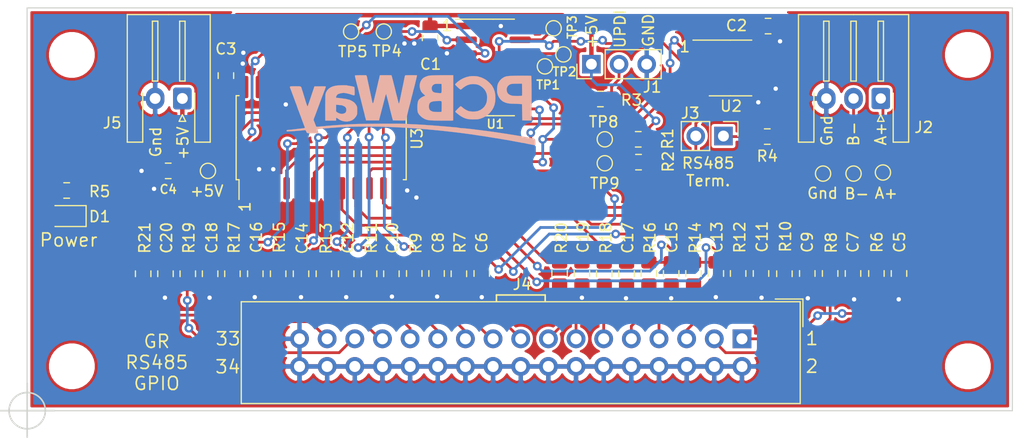
<source format=kicad_pcb>
(kicad_pcb (version 20171130) (host pcbnew "(5.1.2-1)-1")
  (layers (0 F.Cu signal) (31 B.Cu signal) (34 B.Paste user) (35 F.Paste user) (36 B.SilkS user) (37 F.SilkS user) (38 B.Mask user hide) (39 F.Mask user hide) (44 Edge.Cuts user))
  (net 0 "")
  (net 1 GNDREF)
  (net 2 +5V)
  (net 3 /SCL)
  (net 4 /SDA)
  (net 5 /UPDI)
  (net 6 "Net-(R3-Pad2)")
  (net 7 "/GPIO Filter/Out1")
  (net 8 "/GPIO Filter/Out9")
  (net 9 "/GPIO Filter/Out2")
  (net 10 "/GPIO Filter/Out10")
  (net 11 "/GPIO Filter/Out3")
  (net 12 "/GPIO Filter/Out11")
  (net 13 "/GPIO Filter/Out4")
  (net 14 "/GPIO Filter/Out12")
  (net 15 "/GPIO Filter/Out5")
  (net 16 "/GPIO Filter/Out13")
  (net 17 "/GPIO Filter/Out6")
  (net 18 "/GPIO Filter/Out14")
  (net 19 "/GPIO Filter/Out7")
  (net 20 "/GPIO Filter/Out15")
  (net 21 "/GPIO Filter/Out8")
  (net 22 "/GPIO Filter/Out16")
  (net 23 "Net-(D1-Pad2)")
  (net 24 "Net-(J2-Pad1)")
  (net 25 "Net-(J2-Pad2)")
  (net 26 "Net-(J3-Pad1)")
  (net 27 /CH1)
  (net 28 /CH2)
  (net 29 /CH3)
  (net 30 /CH4)
  (net 31 /CH5)
  (net 32 /CH6)
  (net 33 /CH7)
  (net 34 /CH8)
  (net 35 /CH9)
  (net 36 /CH10)
  (net 37 /CH11)
  (net 38 /CH12)
  (net 39 /CH13)
  (net 40 /CH14)
  (net 41 /CH15)
  (net 42 /CH16)
  (net 43 "Net-(TP1-Pad1)")
  (net 44 "Net-(TP2-Pad1)")
  (net 45 "Net-(TP3-Pad1)")
  (net 46 "Net-(TP4-Pad1)")
  (net 47 "Net-(TP5-Pad1)")
  (net 48 /GPIO_INT)
  (net 49 "Net-(U1-Pad5)")
  (net 50 /RxD)
  (net 51 /TxD)
  (module "_Custom_Footprints:pcb way logo" (layer B.Cu) (at 141.611 101.071 180)
    (fp_text reference G*** hide)
    (fp_text value LOGO hide)
  )
  (module Capacitor_SMD:C_0805_2012Metric_Pad1.15x1.40mm_HandSolder (layer F.Cu) (at 119.311 105.971 180)
    (fp_text reference C4 (at 0 -1.7) (layer F.SilkS) (effects (font (size 0.8 0.8))))
    (fp_text value 1uF)
    (pad 2 smd roundrect (at 1.025 0 180) (size 1.15 1.4) (layers F.Cu F.Paste F.Mask) (roundrect_rratio 0.217391) (net 1 GNDREF))
    (pad 1 smd roundrect (at -1.025 0 180) (size 1.15 1.4) (layers F.Cu F.Paste F.Mask) (roundrect_rratio 0.217391) (net 2 +5V))
  )
  (module Package_SO:SOIC-14_3.9x8.7mm_P1.27mm (layer F.Cu) (at 149.161 96.471)
    (fp_text reference U1 (at 0.2 5.2) (layer F.SilkS) (effects (font (size 0.8 0.8))))
    (fp_text value ATtiny804-SS)
    (pad 1 smd roundrect (at -2.475 -3.81) (size 1.95 0.6) (layers F.Cu F.Paste F.Mask) (net 2 +5V))
    (pad 2 smd roundrect (at -2.475 -2.54) (size 1.95 0.6) (layers F.Cu F.Paste F.Mask) (net 46 "Net-(TP4-Pad1)"))
    (pad 3 smd roundrect (at -2.475 -1.27) (size 1.95 0.6) (layers F.Cu F.Paste F.Mask) (net 47 "Net-(TP5-Pad1)"))
    (pad 4 smd roundrect (at -2.475 0) (size 1.95 0.6) (layers F.Cu F.Paste F.Mask) (net 48 /GPIO_INT))
    (pad 5 smd roundrect (at -2.475 1.27) (size 1.95 0.6) (layers F.Cu F.Paste F.Mask) (net 49 "Net-(U1-Pad5)"))
    (pad 6 smd roundrect (at -2.475 2.54) (size 1.95 0.6) (layers F.Cu F.Paste F.Mask) (net 50 /RxD))
    (pad 7 smd roundrect (at -2.475 3.81) (size 1.95 0.6) (layers F.Cu F.Paste F.Mask) (net 51 /TxD))
    (pad 8 smd roundrect (at 2.475 3.81) (size 1.95 0.6) (layers F.Cu F.Paste F.Mask) (net 4 /SDA))
    (pad 9 smd roundrect (at 2.475 2.54) (size 1.95 0.6) (layers F.Cu F.Paste F.Mask) (net 3 /SCL))
    (pad 10 smd roundrect (at 2.475 1.27) (size 1.95 0.6) (layers F.Cu F.Paste F.Mask) (net 6 "Net-(R3-Pad2)"))
    (pad 11 smd roundrect (at 2.475 0) (size 1.95 0.6) (layers F.Cu F.Paste F.Mask) (net 43 "Net-(TP1-Pad1)"))
    (pad 12 smd roundrect (at 2.475 -1.27) (size 1.95 0.6) (layers F.Cu F.Paste F.Mask) (net 44 "Net-(TP2-Pad1)"))
    (pad 13 smd roundrect (at 2.475 -2.54) (size 1.95 0.6) (layers F.Cu F.Paste F.Mask) (net 45 "Net-(TP3-Pad1)"))
    (pad 14 smd roundrect (at 2.475 -3.81) (size 1.95 0.6) (layers F.Cu F.Paste F.Mask) (net 1 GNDREF))
  )
  (module Connector_JST:JST_XH_S2B-XH-A-1_1x02_P2.50mm_Horizontal (layer F.Cu) (at 120.611 99.321 180)
    (fp_text reference J5 (at 6.45 -2.25) (layer F.SilkS))
    (fp_text value Conn_01x02)
    (pad 2 thru_hole oval (at 2.5 0 180) (size 1.7 2) (drill 1) (layers *.Cu *.Mask) (net 1 GNDREF))
    (pad 1 thru_hole roundrect (at 0 0 180) (size 1.7 2) (drill 1) (layers *.Cu *.Mask) (roundrect_rratio 0.147059) (net 2 +5V))
  )
  (module Capacitor_SMD:C_0805_2012Metric_Pad1.15x1.40mm_HandSolder (layer F.Cu) (at 143.361 93.746001 270)
    (fp_text reference C1 (at 2.424999 -0.05 180) (layer F.SilkS))
    (fp_text value 100nF)
    (pad 2 smd roundrect (at 1.025 0 270) (size 1.15 1.4) (layers F.Cu F.Paste F.Mask) (roundrect_rratio 0.217391) (net 1 GNDREF))
    (pad 1 smd roundrect (at -1.025 0 270) (size 1.15 1.4) (layers F.Cu F.Paste F.Mask) (roundrect_rratio 0.217391) (net 2 +5V))
  )
  (module Connector_PinHeader_2.54mm:PinHeader_1x03_P2.54mm_Vertical (layer F.Cu) (at 158.181 96.171 90)
    (fp_text reference J1 (at -2.1 5.58 180) (layer F.SilkS))
    (fp_text value Conn_01x03)
    (pad 1 thru_hole rect (at 0 0 90) (size 1.7 1.7) (drill 1) (layers *.Cu *.Mask) (net 2 +5V))
    (pad 2 thru_hole oval (at 0 2.54 90) (size 1.7 1.7) (drill 1) (layers *.Cu *.Mask) (net 5 /UPDI))
    (pad 3 thru_hole oval (at 0 5.08 90) (size 1.7 1.7) (drill 1) (layers *.Cu *.Mask) (net 1 GNDREF))
  )
  (module Resistor_SMD:R_0805_2012Metric_Pad1.15x1.40mm_HandSolder (layer F.Cu) (at 159.011 99.371 180)
    (fp_text reference R3 (at -2.85 -0.1) (layer F.SilkS))
    (fp_text value 1K)
    (pad 2 smd roundrect (at 1.025 0 180) (size 1.15 1.4) (layers F.Cu F.Paste F.Mask) (roundrect_rratio 0.217391) (net 6 "Net-(R3-Pad2)"))
    (pad 1 smd roundrect (at -1.025 0 180) (size 1.15 1.4) (layers F.Cu F.Paste F.Mask) (roundrect_rratio 0.217391) (net 5 /UPDI))
  )
  (module TestPoint:TestPoint_Pad_D1.0mm (layer F.Cu) (at 153.911 96.371)
    (fp_text reference TP1 (at 0.3 1.7) (layer F.SilkS) (effects (font (size 0.8 0.8))))
    (fp_text value TestPoint)
    (pad 1 smd circle (at 0 0) (size 1 1) (layers F.Cu F.Mask) (net 43 "Net-(TP1-Pad1)"))
  )
  (module TestPoint:TestPoint_Pad_D1.0mm (layer F.Cu) (at 155.611 95.271)
    (fp_text reference TP2 (at 0.1 1.6 180) (layer F.SilkS) (effects (font (size 0.8 0.8))))
    (fp_text value TestPoint)
    (pad 1 smd circle (at 0 0) (size 1 1) (layers F.Cu F.Mask) (net 44 "Net-(TP2-Pad1)"))
  )
  (module TestPoint:TestPoint_Pad_D1.0mm (layer F.Cu) (at 154.711 92.871)
    (fp_text reference TP3 (at 1.7 -0.1 90) (layer F.SilkS) (effects (font (size 0.8 0.8))))
    (fp_text value TestPoint)
    (pad 1 smd circle (at 0 0) (size 1 1) (layers F.Cu F.Mask) (net 45 "Net-(TP3-Pad1)"))
  )
  (module Capacitor_SMD:C_0805_2012Metric_Pad1.15x1.40mm_HandSolder (layer F.Cu) (at 174.411 92.671)
    (fp_text reference C2 (at -2.9 -0.05) (layer F.SilkS))
    (fp_text value 100nF)
    (pad 1 smd roundrect (at -1.025 0) (size 1.15 1.4) (layers F.Cu F.Paste F.Mask) (roundrect_rratio 0.217391) (net 2 +5V))
    (pad 2 smd roundrect (at 1.025 0) (size 1.15 1.4) (layers F.Cu F.Paste F.Mask) (roundrect_rratio 0.217391) (net 1 GNDREF))
  )
  (module Capacitor_SMD:C_0805_2012Metric_Pad1.15x1.40mm_HandSolder (layer F.Cu) (at 124.611 97.221 90)
    (fp_text reference C3 (at 2.45 0 180) (layer F.SilkS))
    (fp_text value 100nF)
    (pad 2 smd roundrect (at 1.025 0 90) (size 1.15 1.4) (layers F.Cu F.Paste F.Mask) (roundrect_rratio 0.217391) (net 1 GNDREF))
    (pad 1 smd roundrect (at -1.025 0 90) (size 1.15 1.4) (layers F.Cu F.Paste F.Mask) (roundrect_rratio 0.217391) (net 2 +5V))
  )
  (module Capacitor_SMD:C_0805_2012Metric_Pad1.15x1.40mm_HandSolder (layer F.Cu) (at 186.436 115.396 270)
    (fp_text reference C5 (at -2.875 -0.05 90) (layer F.SilkS))
    (fp_text value 1nF)
    (pad 2 smd roundrect (at 1.025 0 270) (size 1.15 1.4) (layers F.Cu F.Paste F.Mask) (roundrect_rratio 0.217391) (net 1 GNDREF))
    (pad 1 smd roundrect (at -1.025 0 270) (size 1.15 1.4) (layers F.Cu F.Paste F.Mask) (roundrect_rratio 0.217391) (net 7 "/GPIO Filter/Out1"))
  )
  (module Capacitor_SMD:C_0805_2012Metric_Pad1.15x1.40mm_HandSolder (layer F.Cu) (at 148.111 115.396001 270)
    (fp_text reference C6 (at -2.825001 0 90) (layer F.SilkS))
    (fp_text value 1nF)
    (pad 1 smd roundrect (at -1.025 0 270) (size 1.15 1.4) (layers F.Cu F.Paste F.Mask) (roundrect_rratio 0.217391) (net 8 "/GPIO Filter/Out9"))
    (pad 2 smd roundrect (at 1.025 0 270) (size 1.15 1.4) (layers F.Cu F.Paste F.Mask) (roundrect_rratio 0.217391) (net 1 GNDREF))
  )
  (module Capacitor_SMD:C_0805_2012Metric_Pad1.15x1.40mm_HandSolder (layer F.Cu) (at 182.211 115.396001 270)
    (fp_text reference C7 (at -2.875001 0 90) (layer F.SilkS))
    (fp_text value 1nF)
    (pad 2 smd roundrect (at 1.025 0 270) (size 1.15 1.4) (layers F.Cu F.Paste F.Mask) (roundrect_rratio 0.217391) (net 1 GNDREF))
    (pad 1 smd roundrect (at -1.025 0 270) (size 1.15 1.4) (layers F.Cu F.Paste F.Mask) (roundrect_rratio 0.217391) (net 9 "/GPIO Filter/Out2"))
  )
  (module Capacitor_SMD:C_0805_2012Metric_Pad1.15x1.40mm_HandSolder (layer F.Cu) (at 143.961 115.396001 270)
    (fp_text reference C8 (at -2.825001 -0.15 90) (layer F.SilkS))
    (fp_text value 1nF)
    (pad 1 smd roundrect (at -1.025 0 270) (size 1.15 1.4) (layers F.Cu F.Paste F.Mask) (roundrect_rratio 0.217391) (net 10 "/GPIO Filter/Out10"))
    (pad 2 smd roundrect (at 1.025 0 270) (size 1.15 1.4) (layers F.Cu F.Paste F.Mask) (roundrect_rratio 0.217391) (net 1 GNDREF))
  )
  (module Capacitor_SMD:C_0805_2012Metric_Pad1.15x1.40mm_HandSolder (layer F.Cu) (at 178.011 115.396001 270)
    (fp_text reference C9 (at -2.875001 0 90) (layer F.SilkS))
    (fp_text value 1nF)
    (pad 2 smd roundrect (at 1.025 0 270) (size 1.15 1.4) (layers F.Cu F.Paste F.Mask) (roundrect_rratio 0.217391) (net 1 GNDREF))
    (pad 1 smd roundrect (at -1.025 0 270) (size 1.15 1.4) (layers F.Cu F.Paste F.Mask) (roundrect_rratio 0.217391) (net 11 "/GPIO Filter/Out3"))
  )
  (module Capacitor_SMD:C_0805_2012Metric_Pad1.15x1.40mm_HandSolder (layer F.Cu) (at 139.811 115.421 270)
    (fp_text reference C10 (at -3.3 -0.1 90) (layer F.SilkS))
    (fp_text value 1nF)
    (pad 1 smd roundrect (at -1.025 0 270) (size 1.15 1.4) (layers F.Cu F.Paste F.Mask) (roundrect_rratio 0.217391) (net 12 "/GPIO Filter/Out11"))
    (pad 2 smd roundrect (at 1.025 0 270) (size 1.15 1.4) (layers F.Cu F.Paste F.Mask) (roundrect_rratio 0.217391) (net 1 GNDREF))
  )
  (module Capacitor_SMD:C_0805_2012Metric_Pad1.15x1.40mm_HandSolder (layer F.Cu) (at 173.761 115.396001 270)
    (fp_text reference C11 (at -3.375001 -0.1 90) (layer F.SilkS))
    (fp_text value 1nF)
    (pad 2 smd roundrect (at 1.025 0 270) (size 1.15 1.4) (layers F.Cu F.Paste F.Mask) (roundrect_rratio 0.217391) (net 1 GNDREF))
    (pad 1 smd roundrect (at -1.025 0 270) (size 1.15 1.4) (layers F.Cu F.Paste F.Mask) (roundrect_rratio 0.217391) (net 13 "/GPIO Filter/Out4"))
  )
  (module Capacitor_SMD:C_0805_2012Metric_Pad1.15x1.40mm_HandSolder (layer F.Cu) (at 135.661 115.421 270)
    (fp_text reference C12 (at -3.3 -0.15 90) (layer F.SilkS))
    (fp_text value 1nF)
    (pad 1 smd roundrect (at -1.025 0 270) (size 1.15 1.4) (layers F.Cu F.Paste F.Mask) (roundrect_rratio 0.217391) (net 14 "/GPIO Filter/Out12"))
    (pad 2 smd roundrect (at 1.025 0 270) (size 1.15 1.4) (layers F.Cu F.Paste F.Mask) (roundrect_rratio 0.217391) (net 1 GNDREF))
  )
  (module Capacitor_SMD:C_0805_2012Metric_Pad1.15x1.40mm_HandSolder (layer F.Cu) (at 169.611 115.396001 270)
    (fp_text reference C13 (at -3.325001 -0.1 90) (layer F.SilkS))
    (fp_text value 1nF)
    (pad 2 smd roundrect (at 1.025 0 270) (size 1.15 1.4) (layers F.Cu F.Paste F.Mask) (roundrect_rratio 0.217391) (net 1 GNDREF))
    (pad 1 smd roundrect (at -1.025 0 270) (size 1.15 1.4) (layers F.Cu F.Paste F.Mask) (roundrect_rratio 0.217391) (net 15 "/GPIO Filter/Out5"))
  )
  (module Capacitor_SMD:C_0805_2012Metric_Pad1.15x1.40mm_HandSolder (layer F.Cu) (at 131.511 115.421 270)
    (fp_text reference C14 (at -3.25 -0.1 90) (layer F.SilkS))
    (fp_text value 1nF)
    (pad 1 smd roundrect (at -1.025 0 270) (size 1.15 1.4) (layers F.Cu F.Paste F.Mask) (roundrect_rratio 0.217391) (net 16 "/GPIO Filter/Out13"))
    (pad 2 smd roundrect (at 1.025 0 270) (size 1.15 1.4) (layers F.Cu F.Paste F.Mask) (roundrect_rratio 0.217391) (net 1 GNDREF))
  )
  (module Capacitor_SMD:C_0805_2012Metric_Pad1.15x1.40mm_HandSolder (layer F.Cu) (at 165.511 115.396001 270)
    (fp_text reference C15 (at -3.325001 -0.05 90) (layer F.SilkS))
    (fp_text value 1nF)
    (pad 2 smd roundrect (at 1.025 0 270) (size 1.15 1.4) (layers F.Cu F.Paste F.Mask) (roundrect_rratio 0.217391) (net 1 GNDREF))
    (pad 1 smd roundrect (at -1.025 0 270) (size 1.15 1.4) (layers F.Cu F.Paste F.Mask) (roundrect_rratio 0.217391) (net 17 "/GPIO Filter/Out6"))
  )
  (module Capacitor_SMD:C_0805_2012Metric_Pad1.15x1.40mm_HandSolder (layer F.Cu) (at 127.311 115.421 270)
    (fp_text reference C16 (at -3.35 -0.1 90) (layer F.SilkS))
    (fp_text value 1nF)
    (pad 1 smd roundrect (at -1.025 0 270) (size 1.15 1.4) (layers F.Cu F.Paste F.Mask) (roundrect_rratio 0.217391) (net 18 "/GPIO Filter/Out14"))
    (pad 2 smd roundrect (at 1.025 0 270) (size 1.15 1.4) (layers F.Cu F.Paste F.Mask) (roundrect_rratio 0.217391) (net 1 GNDREF))
  )
  (module Capacitor_SMD:C_0805_2012Metric_Pad1.15x1.40mm_HandSolder (layer F.Cu) (at 161.411 115.421 270)
    (fp_text reference C17 (at -3.3 -0.1 90) (layer F.SilkS))
    (fp_text value 1nF)
    (pad 1 smd roundrect (at -1.025 0 270) (size 1.15 1.4) (layers F.Cu F.Paste F.Mask) (roundrect_rratio 0.217391) (net 19 "/GPIO Filter/Out7"))
    (pad 2 smd roundrect (at 1.025 0 270) (size 1.15 1.4) (layers F.Cu F.Paste F.Mask) (roundrect_rratio 0.217391) (net 1 GNDREF))
  )
  (module Capacitor_SMD:C_0805_2012Metric_Pad1.15x1.40mm_HandSolder (layer F.Cu) (at 123.161 115.421 270)
    (fp_text reference C18 (at -3.3 -0.15 90) (layer F.SilkS))
    (fp_text value 1nF)
    (pad 2 smd roundrect (at 1.025 0 270) (size 1.15 1.4) (layers F.Cu F.Paste F.Mask) (roundrect_rratio 0.217391) (net 1 GNDREF))
    (pad 1 smd roundrect (at -1.025 0 270) (size 1.15 1.4) (layers F.Cu F.Paste F.Mask) (roundrect_rratio 0.217391) (net 20 "/GPIO Filter/Out15"))
  )
  (module Capacitor_SMD:C_0805_2012Metric_Pad1.15x1.40mm_HandSolder (layer F.Cu) (at 157.311 115.396001 270)
    (fp_text reference C19 (at -3.325001 -0.1 90) (layer F.SilkS))
    (fp_text value 1nF)
    (pad 1 smd roundrect (at -1.025 0 270) (size 1.15 1.4) (layers F.Cu F.Paste F.Mask) (roundrect_rratio 0.217391) (net 21 "/GPIO Filter/Out8"))
    (pad 2 smd roundrect (at 1.025 0 270) (size 1.15 1.4) (layers F.Cu F.Paste F.Mask) (roundrect_rratio 0.217391) (net 1 GNDREF))
  )
  (module Capacitor_SMD:C_0805_2012Metric_Pad1.15x1.40mm_HandSolder (layer F.Cu) (at 119.061 115.421 270)
    (fp_text reference C20 (at -3.3 -0.1 90) (layer F.SilkS))
    (fp_text value 1nF)
    (pad 2 smd roundrect (at 1.025 0 270) (size 1.15 1.4) (layers F.Cu F.Paste F.Mask) (roundrect_rratio 0.217391) (net 1 GNDREF))
    (pad 1 smd roundrect (at -1.025 0 270) (size 1.15 1.4) (layers F.Cu F.Paste F.Mask) (roundrect_rratio 0.217391) (net 22 "/GPIO Filter/Out16"))
  )
  (module LED_SMD:LED_0805_2012Metric_Pad1.15x1.40mm_HandSolder (layer F.Cu) (at 109.911 110.121 180)
    (fp_text reference D1 (at -3.1 -0.05) (layer F.SilkS))
    (fp_text value LED_Small_ALT)
    (pad 1 smd roundrect (at -1.025 0 180) (size 1.15 1.4) (layers F.Cu F.Paste F.Mask) (roundrect_rratio 0.217391) (net 1 GNDREF))
    (pad 2 smd roundrect (at 1.025 0 180) (size 1.15 1.4) (layers F.Cu F.Paste F.Mask) (roundrect_rratio 0.217391) (net 23 "Net-(D1-Pad2)"))
  )
  (module Connector_JST:JST_XH_S3B-XH-A-1_1x03_P2.50mm_Horizontal (layer F.Cu) (at 184.761 99.321 180)
    (fp_text reference J2 (at -3.95 -2.65) (layer F.SilkS))
    (fp_text value Conn_01x03)
    (pad 1 thru_hole roundrect (at 0 0 180) (size 1.7 1.95) (drill 0.95) (layers *.Cu *.Mask) (roundrect_rratio 0.147059) (net 24 "Net-(J2-Pad1)"))
    (pad 2 thru_hole oval (at 2.5 0 180) (size 1.7 1.95) (drill 0.95) (layers *.Cu *.Mask) (net 25 "Net-(J2-Pad2)"))
    (pad 3 thru_hole oval (at 5 0 180) (size 1.7 1.95) (drill 0.95) (layers *.Cu *.Mask) (net 1 GNDREF))
  )
  (module Connector_PinHeader_2.54mm:PinHeader_1x02_P2.54mm_Vertical (layer F.Cu) (at 170.311 102.771 270)
    (fp_text reference J3 (at -2.1 3.05 180) (layer F.SilkS))
    (fp_text value Conn_01x02)
    (pad 1 thru_hole rect (at 0 0 270) (size 1.7 1.7) (drill 1) (layers *.Cu *.Mask) (net 26 "Net-(J3-Pad1)"))
    (pad 2 thru_hole oval (at 0 2.54 270) (size 1.7 1.7) (drill 1) (layers *.Cu *.Mask) (net 24 "Net-(J2-Pad1)"))
  )
  (module Connector_IDC:IDC-Header_2x17_P2.54mm_Vertical (layer F.Cu) (at 172.011 121.396 270)
    (fp_text reference J4 (at -5 20.2 180) (layer F.SilkS))
    (fp_text value Conn_02x17_Odd_Even)
    (pad 1 thru_hole rect (at 0 0 270) (size 1.7272 1.7272) (drill 1.016) (layers *.Cu *.Mask) (net 27 /CH1))
    (pad 2 thru_hole oval (at 2.54 0 270) (size 1.7272 1.7272) (drill 1.016) (layers *.Cu *.Mask) (net 1 GNDREF))
    (pad 3 thru_hole oval (at 0 2.54 270) (size 1.7272 1.7272) (drill 1.016) (layers *.Cu *.Mask) (net 28 /CH2))
    (pad 4 thru_hole oval (at 2.54 2.54 270) (size 1.7272 1.7272) (drill 1.016) (layers *.Cu *.Mask) (net 1 GNDREF))
    (pad 5 thru_hole oval (at 0 5.08 270) (size 1.7272 1.7272) (drill 1.016) (layers *.Cu *.Mask) (net 29 /CH3))
    (pad 6 thru_hole oval (at 2.54 5.08 270) (size 1.7272 1.7272) (drill 1.016) (layers *.Cu *.Mask) (net 1 GNDREF))
    (pad 7 thru_hole oval (at 0 7.62 270) (size 1.7272 1.7272) (drill 1.016) (layers *.Cu *.Mask) (net 30 /CH4))
    (pad 8 thru_hole oval (at 2.54 7.62 270) (size 1.7272 1.7272) (drill 1.016) (layers *.Cu *.Mask) (net 1 GNDREF))
    (pad 9 thru_hole oval (at 0 10.16 270) (size 1.7272 1.7272) (drill 1.016) (layers *.Cu *.Mask) (net 31 /CH5))
    (pad 10 thru_hole oval (at 2.54 10.16 270) (size 1.7272 1.7272) (drill 1.016) (layers *.Cu *.Mask) (net 1 GNDREF))
    (pad 11 thru_hole oval (at 0 12.7 270) (size 1.7272 1.7272) (drill 1.016) (layers *.Cu *.Mask) (net 32 /CH6))
    (pad 12 thru_hole oval (at 2.54 12.7 270) (size 1.7272 1.7272) (drill 1.016) (layers *.Cu *.Mask) (net 1 GNDREF))
    (pad 13 thru_hole oval (at 0 15.24 270) (size 1.7272 1.7272) (drill 1.016) (layers *.Cu *.Mask) (net 33 /CH7))
    (pad 14 thru_hole oval (at 2.54 15.24 270) (size 1.7272 1.7272) (drill 1.016) (layers *.Cu *.Mask) (net 1 GNDREF))
    (pad 15 thru_hole oval (at 0 17.78 270) (size 1.7272 1.7272) (drill 1.016) (layers *.Cu *.Mask) (net 34 /CH8))
    (pad 16 thru_hole oval (at 2.54 17.78 270) (size 1.7272 1.7272) (drill 1.016) (layers *.Cu *.Mask) (net 1 GNDREF))
    (pad 17 thru_hole oval (at 0 20.32 270) (size 1.7272 1.7272) (drill 1.016) (layers *.Cu *.Mask) (net 35 /CH9))
    (pad 18 thru_hole oval (at 2.54 20.32 270) (size 1.7272 1.7272) (drill 1.016) (layers *.Cu *.Mask) (net 1 GNDREF))
    (pad 19 thru_hole oval (at 0 22.86 270) (size 1.7272 1.7272) (drill 1.016) (layers *.Cu *.Mask) (net 36 /CH10))
    (pad 20 thru_hole oval (at 2.54 22.86 270) (size 1.7272 1.7272) (drill 1.016) (layers *.Cu *.Mask) (net 1 GNDREF))
    (pad 21 thru_hole oval (at 0 25.4 270) (size 1.7272 1.7272) (drill 1.016) (layers *.Cu *.Mask) (net 37 /CH11))
    (pad 22 thru_hole oval (at 2.54 25.4 270) (size 1.7272 1.7272) (drill 1.016) (layers *.Cu *.Mask) (net 1 GNDREF))
    (pad 23 thru_hole oval (at 0 27.94 270) (size 1.7272 1.7272) (drill 1.016) (layers *.Cu *.Mask) (net 38 /CH12))
    (pad 24 thru_hole oval (at 2.54 27.94 270) (size 1.7272 1.7272) (drill 1.016) (layers *.Cu *.Mask) (net 1 GNDREF))
    (pad 25 thru_hole oval (at 0 30.48 270) (size 1.7272 1.7272) (drill 1.016) (layers *.Cu *.Mask) (net 39 /CH13))
    (pad 26 thru_hole oval (at 2.54 30.48 270) (size 1.7272 1.7272) (drill 1.016) (layers *.Cu *.Mask) (net 1 GNDREF))
    (pad 27 thru_hole oval (at 0 33.02 270) (size 1.7272 1.7272) (drill 1.016) (layers *.Cu *.Mask) (net 40 /CH14))
    (pad 28 thru_hole oval (at 2.54 33.02 270) (size 1.7272 1.7272) (drill 1.016) (layers *.Cu *.Mask) (net 1 GNDREF))
    (pad 29 thru_hole oval (at 0 35.56 270) (size 1.7272 1.7272) (drill 1.016) (layers *.Cu *.Mask) (net 41 /CH15))
    (pad 30 thru_hole oval (at 2.54 35.56 270) (size 1.7272 1.7272) (drill 1.016) (layers *.Cu *.Mask) (net 1 GNDREF))
    (pad 31 thru_hole oval (at 0 38.1 270) (size 1.7272 1.7272) (drill 1.016) (layers *.Cu *.Mask) (net 42 /CH16))
    (pad 32 thru_hole oval (at 2.54 38.1 270) (size 1.7272 1.7272) (drill 1.016) (layers *.Cu *.Mask) (net 1 GNDREF))
    (pad 33 thru_hole oval (at 0 40.64 270) (size 1.7272 1.7272) (drill 1.016) (layers *.Cu *.Mask) (net 1 GNDREF))
    (pad 34 thru_hole oval (at 2.54 40.64 270) (size 1.7272 1.7272) (drill 1.016) (layers *.Cu *.Mask) (net 1 GNDREF))
  )
  (module MountingHole:MountingHole_3.7mm (layer F.Cu) (at 192.761 123.921)
    (fp_text reference MH1 hide)
    (fp_text value MountingHole)
    (pad 1 np_thru_hole circle (at 0 0) (size 3.7 3.7) (drill 3.7) (layers *.Cu *.Mask))
  )
  (module MountingHole:MountingHole_3.7mm (layer F.Cu) (at 110.461 123.921)
    (fp_text reference MH2 hide)
    (fp_text value MountingHole)
    (pad 1 np_thru_hole circle (at 0 0) (size 3.7 3.7) (drill 3.7) (layers *.Cu *.Mask))
  )
  (module MountingHole:MountingHole_3.7mm (layer F.Cu) (at 110.461 95.321)
    (fp_text reference MH3 hide)
    (fp_text value MountingHole)
    (pad 1 np_thru_hole circle (at 0 0) (size 3.7 3.7) (drill 3.7) (layers *.Cu *.Mask))
  )
  (module MountingHole:MountingHole_3.7mm (layer F.Cu) (at 192.761 95.321)
    (fp_text reference MH4 hide)
    (fp_text value MountingHole)
    (pad 1 np_thru_hole circle (at 0 0) (size 3.7 3.7) (drill 3.7) (layers *.Cu *.Mask))
  )
  (module Resistor_SMD:R_0805_2012Metric_Pad1.15x1.40mm_HandSolder (layer F.Cu) (at 162.486 103.071)
    (fp_text reference R1 (at 2.7 -0.05 270) (layer F.SilkS))
    (fp_text value 10K)
    (pad 2 smd roundrect (at 1.025 0) (size 1.15 1.4) (layers F.Cu F.Paste F.Mask) (roundrect_rratio 0.217391) (net 2 +5V))
    (pad 1 smd roundrect (at -1.025 0) (size 1.15 1.4) (layers F.Cu F.Paste F.Mask) (roundrect_rratio 0.217391) (net 3 /SCL))
  )
  (module Resistor_SMD:R_0805_2012Metric_Pad1.15x1.40mm_HandSolder (layer F.Cu) (at 162.511 105.171)
    (fp_text reference R2 (at 2.724999 -0.05 270) (layer F.SilkS))
    (fp_text value 10K)
    (pad 1 smd roundrect (at -1.025 0) (size 1.15 1.4) (layers F.Cu F.Paste F.Mask) (roundrect_rratio 0.217391) (net 4 /SDA))
    (pad 2 smd roundrect (at 1.025 0) (size 1.15 1.4) (layers F.Cu F.Paste F.Mask) (roundrect_rratio 0.217391) (net 2 +5V))
  )
  (module Resistor_SMD:R_0805_2012Metric_Pad1.15x1.40mm_HandSolder (layer F.Cu) (at 174.336 102.821)
    (fp_text reference R4 (at 0 1.8) (layer F.SilkS))
    (fp_text value 120r)
    (pad 1 smd roundrect (at -1.025 0) (size 1.15 1.4) (layers F.Cu F.Paste F.Mask) (roundrect_rratio 0.217391) (net 26 "Net-(J3-Pad1)"))
    (pad 2 smd roundrect (at 1.025 0) (size 1.15 1.4) (layers F.Cu F.Paste F.Mask) (roundrect_rratio 0.217391) (net 25 "Net-(J2-Pad2)"))
  )
  (module Resistor_SMD:R_0805_2012Metric_Pad1.15x1.40mm_HandSolder (layer F.Cu) (at 109.986 107.771)
    (fp_text reference R5 (at 3.025 0.1) (layer F.SilkS))
    (fp_text value 1K)
    (pad 2 smd roundrect (at 1.025 0) (size 1.15 1.4) (layers F.Cu F.Paste F.Mask) (roundrect_rratio 0.217391) (net 2 +5V))
    (pad 1 smd roundrect (at -1.025 0) (size 1.15 1.4) (layers F.Cu F.Paste F.Mask) (roundrect_rratio 0.217391) (net 23 "Net-(D1-Pad2)"))
  )
  (module Resistor_SMD:R_0805_2012Metric_Pad1.15x1.40mm_HandSolder (layer F.Cu) (at 184.361 115.396 90)
    (fp_text reference R6 (at 2.875 0.05 90) (layer F.SilkS))
    (fp_text value 1K)
    (pad 1 smd roundrect (at -1.025 0 90) (size 1.15 1.4) (layers F.Cu F.Paste F.Mask) (roundrect_rratio 0.217391) (net 27 /CH1))
    (pad 2 smd roundrect (at 1.025 0 90) (size 1.15 1.4) (layers F.Cu F.Paste F.Mask) (roundrect_rratio 0.217391) (net 7 "/GPIO Filter/Out1"))
  )
  (module Resistor_SMD:R_0805_2012Metric_Pad1.15x1.40mm_HandSolder (layer F.Cu) (at 180.111 115.396 90)
    (fp_text reference R8 (at 2.824999 0.1 90) (layer F.SilkS))
    (fp_text value 1K)
    (pad 1 smd roundrect (at -1.025 0 90) (size 1.15 1.4) (layers F.Cu F.Paste F.Mask) (roundrect_rratio 0.217391) (net 28 /CH2))
    (pad 2 smd roundrect (at 1.025 0 90) (size 1.15 1.4) (layers F.Cu F.Paste F.Mask) (roundrect_rratio 0.217391) (net 9 "/GPIO Filter/Out2"))
  )
  (module Resistor_SMD:R_0805_2012Metric_Pad1.15x1.40mm_HandSolder (layer F.Cu) (at 141.911 115.395999 90)
    (fp_text reference R9 (at 2.774999 0.15 90) (layer F.SilkS))
    (fp_text value 1K)
    (pad 1 smd roundrect (at -1.025 0 90) (size 1.15 1.4) (layers F.Cu F.Paste F.Mask) (roundrect_rratio 0.217391) (net 36 /CH10))
    (pad 2 smd roundrect (at 1.025 0 90) (size 1.15 1.4) (layers F.Cu F.Paste F.Mask) (roundrect_rratio 0.217391) (net 10 "/GPIO Filter/Out10"))
  )
  (module Resistor_SMD:R_0805_2012Metric_Pad1.15x1.40mm_HandSolder (layer F.Cu) (at 175.911 115.421 90)
    (fp_text reference R10 (at 3.424999 0.1 90) (layer F.SilkS))
    (fp_text value 1K)
    (pad 2 smd roundrect (at 1.025 0 90) (size 1.15 1.4) (layers F.Cu F.Paste F.Mask) (roundrect_rratio 0.217391) (net 11 "/GPIO Filter/Out3"))
    (pad 1 smd roundrect (at -1.025 0 90) (size 1.15 1.4) (layers F.Cu F.Paste F.Mask) (roundrect_rratio 0.217391) (net 29 /CH3))
  )
  (module Resistor_SMD:R_0805_2012Metric_Pad1.15x1.40mm_HandSolder (layer F.Cu) (at 137.761 115.421 90)
    (fp_text reference R11 (at 3.3 0.2 90) (layer F.SilkS))
    (fp_text value 1K)
    (pad 2 smd roundrect (at 1.025 0 90) (size 1.15 1.4) (layers F.Cu F.Paste F.Mask) (roundrect_rratio 0.217391) (net 12 "/GPIO Filter/Out11"))
    (pad 1 smd roundrect (at -1.025 0 90) (size 1.15 1.4) (layers F.Cu F.Paste F.Mask) (roundrect_rratio 0.217391) (net 37 /CH11))
  )
  (module Resistor_SMD:R_0805_2012Metric_Pad1.15x1.40mm_HandSolder (layer F.Cu) (at 171.661 115.395999 90)
    (fp_text reference R12 (at 3.324999 0.15 90) (layer F.SilkS))
    (fp_text value 1K)
    (pad 2 smd roundrect (at 1.025 0 90) (size 1.15 1.4) (layers F.Cu F.Paste F.Mask) (roundrect_rratio 0.217391) (net 13 "/GPIO Filter/Out4"))
    (pad 1 smd roundrect (at -1.025 0 90) (size 1.15 1.4) (layers F.Cu F.Paste F.Mask) (roundrect_rratio 0.217391) (net 30 /CH4))
  )
  (module Resistor_SMD:R_0805_2012Metric_Pad1.15x1.40mm_HandSolder (layer F.Cu) (at 133.611 115.421 90)
    (fp_text reference R13 (at 3.25 0.2 90) (layer F.SilkS))
    (fp_text value 1K)
    (pad 2 smd roundrect (at 1.025 0 90) (size 1.15 1.4) (layers F.Cu F.Paste F.Mask) (roundrect_rratio 0.217391) (net 14 "/GPIO Filter/Out12"))
    (pad 1 smd roundrect (at -1.025 0 90) (size 1.15 1.4) (layers F.Cu F.Paste F.Mask) (roundrect_rratio 0.217391) (net 38 /CH12))
  )
  (module Resistor_SMD:R_0805_2012Metric_Pad1.15x1.40mm_HandSolder (layer F.Cu) (at 167.561 115.395999 90)
    (fp_text reference R14 (at 3.274999 0.15 90) (layer F.SilkS))
    (fp_text value 1K)
    (pad 2 smd roundrect (at 1.025 0 90) (size 1.15 1.4) (layers F.Cu F.Paste F.Mask) (roundrect_rratio 0.217391) (net 15 "/GPIO Filter/Out5"))
    (pad 1 smd roundrect (at -1.025 0 90) (size 1.15 1.4) (layers F.Cu F.Paste F.Mask) (roundrect_rratio 0.217391) (net 31 /CH5))
  )
  (module Resistor_SMD:R_0805_2012Metric_Pad1.15x1.40mm_HandSolder (layer F.Cu) (at 129.411 115.421 90)
    (fp_text reference R15 (at 3.35 0.1 90) (layer F.SilkS))
    (fp_text value 1K)
    (pad 1 smd roundrect (at -1.025 0 90) (size 1.15 1.4) (layers F.Cu F.Paste F.Mask) (roundrect_rratio 0.217391) (net 39 /CH13))
    (pad 2 smd roundrect (at 1.025 0 90) (size 1.15 1.4) (layers F.Cu F.Paste F.Mask) (roundrect_rratio 0.217391) (net 16 "/GPIO Filter/Out13"))
  )
  (module Resistor_SMD:R_0805_2012Metric_Pad1.15x1.40mm_HandSolder (layer F.Cu) (at 163.461 115.395999 90)
    (fp_text reference R16 (at 3.274999 0.1 90) (layer F.SilkS))
    (fp_text value 1K)
    (pad 1 smd roundrect (at -1.025 0 90) (size 1.15 1.4) (layers F.Cu F.Paste F.Mask) (roundrect_rratio 0.217391) (net 32 /CH6))
    (pad 2 smd roundrect (at 1.025 0 90) (size 1.15 1.4) (layers F.Cu F.Paste F.Mask) (roundrect_rratio 0.217391) (net 17 "/GPIO Filter/Out6"))
  )
  (module Resistor_SMD:R_0805_2012Metric_Pad1.15x1.40mm_HandSolder (layer F.Cu) (at 125.211 115.421 90)
    (fp_text reference R17 (at 3.3 0.15 90) (layer F.SilkS))
    (fp_text value 1K)
    (pad 2 smd roundrect (at 1.025 0 90) (size 1.15 1.4) (layers F.Cu F.Paste F.Mask) (roundrect_rratio 0.217391) (net 18 "/GPIO Filter/Out14"))
    (pad 1 smd roundrect (at -1.025 0 90) (size 1.15 1.4) (layers F.Cu F.Paste F.Mask) (roundrect_rratio 0.217391) (net 40 /CH14))
  )
  (module Resistor_SMD:R_0805_2012Metric_Pad1.15x1.40mm_HandSolder (layer F.Cu) (at 159.361 115.421 90)
    (fp_text reference R18 (at 3.3 0.15 90) (layer F.SilkS))
    (fp_text value 1K)
    (pad 1 smd roundrect (at -1.025 0 90) (size 1.15 1.4) (layers F.Cu F.Paste F.Mask) (roundrect_rratio 0.217391) (net 33 /CH7))
    (pad 2 smd roundrect (at 1.025 0 90) (size 1.15 1.4) (layers F.Cu F.Paste F.Mask) (roundrect_rratio 0.217391) (net 19 "/GPIO Filter/Out7"))
  )
  (module Resistor_SMD:R_0805_2012Metric_Pad1.15x1.40mm_HandSolder (layer F.Cu) (at 121.111 115.421 90)
    (fp_text reference R19 (at 3.3 0.1 90) (layer F.SilkS))
    (fp_text value 1K)
    (pad 1 smd roundrect (at -1.025 0 90) (size 1.15 1.4) (layers F.Cu F.Paste F.Mask) (roundrect_rratio 0.217391) (net 41 /CH15))
    (pad 2 smd roundrect (at 1.025 0 90) (size 1.15 1.4) (layers F.Cu F.Paste F.Mask) (roundrect_rratio 0.217391) (net 20 "/GPIO Filter/Out15"))
  )
  (module Resistor_SMD:R_0805_2012Metric_Pad1.15x1.40mm_HandSolder (layer F.Cu) (at 155.261 115.395999 90)
    (fp_text reference R20 (at 3.274999 0.15 90) (layer F.SilkS))
    (fp_text value 1K)
    (pad 1 smd roundrect (at -1.025 0 90) (size 1.15 1.4) (layers F.Cu F.Paste F.Mask) (roundrect_rratio 0.217391) (net 34 /CH8))
    (pad 2 smd roundrect (at 1.025 0 90) (size 1.15 1.4) (layers F.Cu F.Paste F.Mask) (roundrect_rratio 0.217391) (net 21 "/GPIO Filter/Out8"))
  )
  (module Resistor_SMD:R_0805_2012Metric_Pad1.15x1.40mm_HandSolder (layer F.Cu) (at 117.011 115.421 90)
    (fp_text reference R21 (at 3.3 0.15 90) (layer F.SilkS))
    (fp_text value 1K)
    (pad 2 smd roundrect (at 1.025 0 90) (size 1.15 1.4) (layers F.Cu F.Paste F.Mask) (roundrect_rratio 0.217391) (net 22 "/GPIO Filter/Out16"))
    (pad 1 smd roundrect (at -1.025 0 90) (size 1.15 1.4) (layers F.Cu F.Paste F.Mask) (roundrect_rratio 0.217391) (net 42 /CH16))
  )
  (module TestPoint:TestPoint_Pad_D1.0mm (layer F.Cu) (at 139.111 93.171)
    (fp_text reference TP4 (at 0.3 1.8) (layer F.SilkS))
    (fp_text value TestPoint)
    (pad 1 smd circle (at 0 0) (size 1 1) (layers F.Cu F.Mask) (net 46 "Net-(TP4-Pad1)"))
  )
  (module TestPoint:TestPoint_Pad_D1.0mm (layer F.Cu) (at 136.111 93.171)
    (fp_text reference TP5 (at 0.15 1.85) (layer F.SilkS))
    (fp_text value TestPoint)
    (pad 1 smd circle (at 0 0) (size 1 1) (layers F.Cu F.Mask) (net 47 "Net-(TP5-Pad1)"))
  )
  (module TestPoint:TestPoint_Pad_D1.0mm (layer F.Cu) (at 122.961 105.971)
    (fp_text reference TP6 hide)
    (fp_text value TestPoint)
    (pad 1 smd circle (at 0 0) (size 1 1) (layers F.Cu F.Mask) (net 2 +5V))
  )
  (module TestPoint:TestPoint_Pad_D1.0mm (layer F.Cu) (at 179.461 106.221)
    (fp_text reference TP7 hide)
    (fp_text value TestPoint)
    (pad 1 smd circle (at 0 0) (size 1 1) (layers F.Cu F.Mask) (net 1 GNDREF))
  )
  (module TestPoint:TestPoint_Pad_D1.0mm (layer F.Cu) (at 159.411 103.071)
    (fp_text reference TP8 (at -0.1 -1.6) (layer F.SilkS))
    (fp_text value TestPoint)
    (pad 1 smd circle (at 0 0) (size 1 1) (layers F.Cu F.Mask) (net 3 /SCL))
  )
  (module TestPoint:TestPoint_Pad_D1.0mm (layer F.Cu) (at 159.411 105.271)
    (fp_text reference TP9 (at 0 1.85) (layer F.SilkS))
    (fp_text value TestPoint)
    (pad 1 smd circle (at 0 0) (size 1 1) (layers F.Cu F.Mask) (net 4 /SDA))
  )
  (module TestPoint:TestPoint_Pad_D1.0mm (layer F.Cu) (at 182.261 106.221)
    (fp_text reference TP10 hide)
    (fp_text value TestPoint)
    (pad 1 smd circle (at 0 0) (size 1 1) (layers F.Cu F.Mask) (net 25 "Net-(J2-Pad2)"))
  )
  (module TestPoint:TestPoint_Pad_D1.0mm (layer F.Cu) (at 184.961 106.121)
    (fp_text reference TP11 hide)
    (fp_text value TestPoint)
    (pad 1 smd circle (at 0 0) (size 1 1) (layers F.Cu F.Mask) (net 24 "Net-(J2-Pad1)"))
  )
  (module Package_SO:SOIC-8_3.9x4.9mm_P1.27mm (layer F.Cu) (at 170.961 96.521)
    (fp_text reference U2 (at 0.05 3.5) (layer F.SilkS))
    (fp_text value MAX485E)
    (pad 1 smd roundrect (at -2.475 -1.905) (size 1.95 0.6) (layers F.Cu F.Paste F.Mask) (net 50 /RxD))
    (pad 2 smd roundrect (at -2.475 -0.635) (size 1.95 0.6) (layers F.Cu F.Paste F.Mask) (net 49 "Net-(U1-Pad5)"))
    (pad 3 smd roundrect (at -2.475 0.635) (size 1.95 0.6) (layers F.Cu F.Paste F.Mask) (net 49 "Net-(U1-Pad5)"))
    (pad 4 smd roundrect (at -2.475 1.905) (size 1.95 0.6) (layers F.Cu F.Paste F.Mask) (net 51 /TxD))
    (pad 5 smd roundrect (at 2.475 1.905) (size 1.95 0.6) (layers F.Cu F.Paste F.Mask) (net 1 GNDREF))
    (pad 6 smd roundrect (at 2.475 0.635) (size 1.95 0.6) (layers F.Cu F.Paste F.Mask) (net 24 "Net-(J2-Pad1)"))
    (pad 7 smd roundrect (at 2.475 -0.635) (size 1.95 0.6) (layers F.Cu F.Paste F.Mask) (net 25 "Net-(J2-Pad2)"))
    (pad 8 smd roundrect (at 2.475 -1.905) (size 1.95 0.6) (layers F.Cu F.Paste F.Mask) (net 2 +5V))
  )
  (module Package_SO:SOIC-24W_7.5x15.4mm_P1.27mm (layer F.Cu) (at 133.361 102.921 90)
    (fp_text reference U3 (at -0.1 8.8 90) (layer F.SilkS))
    (fp_text value PCF8575)
    (pad 1 smd roundrect (at -4.65 -6.985 90) (size 2.05 0.6) (layers F.Cu F.Paste F.Mask) (net 48 /GPIO_INT))
    (pad 2 smd roundrect (at -4.65 -5.715 90) (size 2.05 0.6) (layers F.Cu F.Paste F.Mask) (net 1 GNDREF))
    (pad 3 smd roundrect (at -4.65 -4.445 90) (size 2.05 0.6) (layers F.Cu F.Paste F.Mask) (net 1 GNDREF))
    (pad 4 smd roundrect (at -4.65 -3.175 90) (size 2.05 0.6) (layers F.Cu F.Paste F.Mask) (net 7 "/GPIO Filter/Out1"))
    (pad 5 smd roundrect (at -4.65 -1.905 90) (size 2.05 0.6) (layers F.Cu F.Paste F.Mask) (net 9 "/GPIO Filter/Out2"))
    (pad 6 smd roundrect (at -4.65 -0.635 90) (size 2.05 0.6) (layers F.Cu F.Paste F.Mask) (net 11 "/GPIO Filter/Out3"))
    (pad 7 smd roundrect (at -4.65 0.635 90) (size 2.05 0.6) (layers F.Cu F.Paste F.Mask) (net 13 "/GPIO Filter/Out4"))
    (pad 8 smd roundrect (at -4.65 1.905 90) (size 2.05 0.6) (layers F.Cu F.Paste F.Mask) (net 15 "/GPIO Filter/Out5"))
    (pad 9 smd roundrect (at -4.65 3.175 90) (size 2.05 0.6) (layers F.Cu F.Paste F.Mask) (net 17 "/GPIO Filter/Out6"))
    (pad 10 smd roundrect (at -4.65 4.445 90) (size 2.05 0.6) (layers F.Cu F.Paste F.Mask) (net 19 "/GPIO Filter/Out7"))
    (pad 11 smd roundrect (at -4.65 5.715 90) (size 2.05 0.6) (layers F.Cu F.Paste F.Mask) (net 21 "/GPIO Filter/Out8"))
    (pad 12 smd roundrect (at -4.65 6.985 90) (size 2.05 0.6) (layers F.Cu F.Paste F.Mask) (net 1 GNDREF))
    (pad 13 smd roundrect (at 4.65 6.985 90) (size 2.05 0.6) (layers F.Cu F.Paste F.Mask) (net 8 "/GPIO Filter/Out9"))
    (pad 14 smd roundrect (at 4.65 5.715 90) (size 2.05 0.6) (layers F.Cu F.Paste F.Mask) (net 10 "/GPIO Filter/Out10"))
    (pad 15 smd roundrect (at 4.65 4.445 90) (size 2.05 0.6) (layers F.Cu F.Paste F.Mask) (net 12 "/GPIO Filter/Out11"))
    (pad 16 smd roundrect (at 4.65 3.175 90) (size 2.05 0.6) (layers F.Cu F.Paste F.Mask) (net 14 "/GPIO Filter/Out12"))
    (pad 17 smd roundrect (at 4.65 1.905 90) (size 2.05 0.6) (layers F.Cu F.Paste F.Mask) (net 16 "/GPIO Filter/Out13"))
    (pad 18 smd roundrect (at 4.65 0.635 90) (size 2.05 0.6) (layers F.Cu F.Paste F.Mask) (net 18 "/GPIO Filter/Out14"))
    (pad 19 smd roundrect (at 4.65 -0.635 90) (size 2.05 0.6) (layers F.Cu F.Paste F.Mask) (net 20 "/GPIO Filter/Out15"))
    (pad 20 smd roundrect (at 4.65 -1.905 90) (size 2.05 0.6) (layers F.Cu F.Paste F.Mask) (net 22 "/GPIO Filter/Out16"))
    (pad 21 smd roundrect (at 4.65 -3.175 90) (size 2.05 0.6) (layers F.Cu F.Paste F.Mask) (net 1 GNDREF))
    (pad 22 smd roundrect (at 4.65 -4.445 90) (size 2.05 0.6) (layers F.Cu F.Paste F.Mask) (net 3 /SCL))
    (pad 23 smd roundrect (at 4.65 -5.715 90) (size 2.05 0.6) (layers F.Cu F.Paste F.Mask) (net 4 /SDA))
    (pad 24 smd roundrect (at 4.65 -6.985 90) (size 2.05 0.6) (layers F.Cu F.Paste F.Mask) (net 2 +5V))
  )
  (module Resistor_SMD:R_0805_2012Metric_Pad1.15x1.40mm_HandSolder (layer F.Cu) (at 146.011 115.421 90)
    (fp_text reference R7 (at 2.85 0.1 90) (layer F.SilkS))
    (fp_text value 1K)
    (pad 1 smd roundrect (at -1.025 0 90) (size 1.15 1.4) (layers F.Cu F.Paste F.Mask) (roundrect_rratio 0.217391) (net 35 /CH9))
    (pad 2 smd roundrect (at 1.025 0 90) (size 1.15 1.4) (layers F.Cu F.Paste F.Mask) (roundrect_rratio 0.217391) (net 8 "/GPIO Filter/Out9"))
  )
  (gr_text +5V (at 122.861 107.821) (layer F.SilkS) (effects (font (size 1 1))))
  (gr_text A+ (at 185.261 108.021) (layer F.SilkS) (effects (font (size 1 1))))
  (gr_text B- (at 182.561 108.071) (layer F.SilkS) (effects (font (size 1 1))))
  (gr_text Gnd (at 179.411 108.021) (layer F.SilkS) (effects (font (size 1 1))))
  (gr_text "A+\n" (at 184.761 102.571 90) (layer F.SilkS) (effects (font (size 1 1))))
  (gr_text B- (at 182.261 102.571 90) (layer F.SilkS) (effects (font (size 1 1))))
  (gr_text Gnd (at 179.811 102.271 90) (layer F.SilkS) (effects (font (size 1 1))))
  (gr_text "RS485\nTerm." (at 168.911 106.071) (layer F.SilkS) (effects (font (size 1 1))))
  (gr_text Power (at 110.161 112.321) (layer F.SilkS) (effects (font (size 1.2 1.2))))
  (gr_text 1 (at 166.761 94.571) (layer F.SilkS) (effects (font (size 1 1))))
  (gr_text 1 (at 144.911 92.621) (layer F.SilkS) (effects (font (size 1 1))))
  (gr_text 34 (at 124.786 123.971) (layer F.SilkS) (effects (font (size 1.2 1.21))))
  (gr_text 33 (at 124.811 121.396) (layer F.SilkS) (effects (font (size 1.2 1.2))))
  (gr_text 2 (at 178.436 123.921) (layer F.SilkS) (effects (font (size 1.2 1.2))))
  (gr_text 1 (at 178.436 121.371) (layer F.SilkS) (effects (font (size 1.2 1.2))))
  (gr_line (start 153.936 117.371) (end 153.936 117.896) (layer F.SilkS) (width 0.15))
  (gr_line (start 149.461 117.371) (end 153.936 117.371) (layer F.SilkS) (width 0.15))
  (gr_line (start 149.461 117.921) (end 149.461 117.371) (layer F.SilkS) (width 0.15))
  (target plus (at 106.361 127.996) (size 5) (width 0.15) (layer Edge.Cuts))
  (gr_text Gnd (at 118.1587 103.3164 90) (layer F.SilkS) (effects (font (size 1 1))))
  (gr_text +5V (at 120.661 103.421 90) (layer F.SilkS) (effects (font (size 1 1))))
  (gr_text "GR\nRS485\nGPIO" (at 118.261 123.571) (layer F.SilkS) (effects (font (size 1.2 1.2))))
  (gr_line (start 106.35 128) (end 196.85 128) (layer Edge.Cuts) (width 0.1))
  (gr_line (start 106.35 91) (end 106.35 128) (layer Edge.Cuts) (width 0.1))
  (gr_line (start 196.85 91) (end 106.35 91) (layer Edge.Cuts) (width 0.1))
  (gr_line (start 196.85 128) (end 196.85 91) (layer Edge.Cuts) (width 0.1))
  (gr_text GND (at 163.417 93.0614 90) (layer F.SilkS) (effects (font (size 1 1))))
  (gr_text UPDI (at 160.8135 92.9217 90) (layer F.SilkS) (effects (font (size 1 1))))
  (gr_text 1 (at 126.361 109.271 90) (layer F.SilkS) (effects (font (size 1 1))))
  (gr_text "+5V\n" (at 158.21 93.2011 90) (layer F.SilkS) (effects (font (size 1 1))))
  (via (at 182.311 117.771) (size 0.8) (drill 0.4) (layers F.Cu B.Cu) (net 1))
  (via (at 178.061 117.671) (size 0.8) (drill 0.4) (layers F.Cu B.Cu) (net 1))
  (via (at 173.811 117.621) (size 0.8) (drill 0.4) (layers F.Cu B.Cu) (net 1))
  (via (at 169.611 117.571) (size 0.8) (drill 0.4) (layers F.Cu B.Cu) (net 1))
  (via (at 165.511 117.671) (size 0.8) (drill 0.4) (layers F.Cu B.Cu) (net 1))
  (via (at 161.361 117.671) (size 0.8) (drill 0.4) (layers F.Cu B.Cu) (net 1))
  (via (at 157.311 117.621) (size 0.8) (drill 0.4) (layers F.Cu B.Cu) (net 1))
  (via (at 186.411 117.771) (size 0.8) (drill 0.4) (layers F.Cu B.Cu) (net 1))
  (via (at 119.011 117.621) (size 0.8) (drill 0.4) (layers F.Cu B.Cu) (net 1))
  (via (at 123.111 117.621) (size 0.8) (drill 0.4) (layers F.Cu B.Cu) (net 1))
  (via (at 127.261 117.571) (size 0.8) (drill 0.4) (layers F.Cu B.Cu) (net 1))
  (via (at 131.511 117.571) (size 0.8) (drill 0.4) (layers F.Cu B.Cu) (net 1))
  (via (at 135.661 117.571) (size 0.8) (drill 0.4) (layers F.Cu B.Cu) (net 1))
  (via (at 139.861 117.521) (size 0.8) (drill 0.4) (layers F.Cu B.Cu) (net 1))
  (via (at 144.011 117.521) (size 0.8) (drill 0.4) (layers F.Cu B.Cu) (net 1))
  (via (at 148.111 117.571) (size 0.8) (drill 0.4) (layers F.Cu B.Cu) (net 1))
  (via (at 141.911 94.271) (size 0.8) (drill 0.4) (layers F.Cu B.Cu) (net 1))
  (via (at 141.261 107.771) (size 0.8) (drill 0.4) (layers F.Cu B.Cu) (net 1))
  (via (at 142.111 108.421) (size 0.8) (drill 0.4) (layers F.Cu B.Cu) (net 1))
  (via (at 127.661 105.821) (size 0.8) (drill 0.4) (layers F.Cu B.Cu) (net 1))
  (via (at 128.961 105.821) (size 0.8) (drill 0.4) (layers F.Cu B.Cu) (net 1))
  (via (at 126.161 96.121) (size 0.8) (drill 0.4) (layers F.Cu B.Cu) (net 1))
  (via (at 116.861 105.971) (size 0.8) (drill 0.4) (layers F.Cu B.Cu) (net 1))
  (via (at 118.011 107.621) (size 0.8) (drill 0.4) (layers F.Cu B.Cu) (net 1))
  (via (at 126.211 95.121) (size 0.8) (drill 0.4) (layers F.Cu B.Cu) (net 1))
  (via (at 141.011 94.271) (size 0.8) (drill 0.4) (layers F.Cu B.Cu) (net 1))
  (via (at 149.861 92.671) (size 0.8) (drill 0.4) (layers F.Cu B.Cu) (net 1))
  (via (at 175.111 98.421) (size 0.8) (drill 0.4) (layers F.Cu B.Cu) (net 1))
  (via (at 173.511 99.671) (size 0.8) (drill 0.4) (layers F.Cu B.Cu) (net 1))
  (via (at 130.111 99.871) (size 0.8) (drill 0.4) (layers F.Cu B.Cu) (net 1))
  (via (at 175.511 94.071) (size 0.8) (drill 0.4) (layers F.Cu B.Cu) (net 1))
  (via (at 144.911 95.171) (size 0.8) (drill 0.4) (layers F.Cu B.Cu) (net 1))
  (segment (start 120.611 105.696) (end 120.336 105.971) (width 0.4064) (layer F.Cu) (net 2))
  (segment (start 120.336 105.971) (end 122.961 105.971) (width 0.4064) (layer F.Cu) (net 2))
  (segment (start 111.011 107.771) (end 111.011 105.721) (width 0.4064) (layer F.Cu) (net 2))
  (segment (start 112.761 103.971) (end 120.611 103.971) (width 0.4064) (layer F.Cu) (net 2))
  (segment (start 120.611 103.971) (end 120.611 105.696) (width 0.4064) (layer F.Cu) (net 2))
  (segment (start 111.011 105.721) (end 112.761 103.971) (width 0.4064) (layer F.Cu) (net 2))
  (segment (start 120.611 99.321) (end 120.611 103.971) (width 0.4064) (layer F.Cu) (net 2))
  (segment (start 143.311001 92.771) (end 143.361 92.721001) (width 0.4064) (layer F.Cu) (net 2))
  (segment (start 143.421001 92.661) (end 143.361 92.721001) (width 0.4064) (layer F.Cu) (net 2))
  (segment (start 146.686 92.661) (end 143.421001 92.661) (width 0.4064) (layer F.Cu) (net 2))
  (segment (start 155.511 91.671) (end 156.511 92.671) (width 0.4064) (layer F.Cu) (net 2))
  (segment (start 158.181 96.171) (end 158.181 92.801) (width 0.4064) (layer F.Cu) (net 2))
  (segment (start 158.311 92.671) (end 173.386 92.671) (width 0.4064) (layer F.Cu) (net 2))
  (segment (start 158.181 92.801) (end 158.311 92.671) (width 0.4064) (layer F.Cu) (net 2))
  (segment (start 156.511 92.671) (end 158.311 92.671) (width 0.4064) (layer F.Cu) (net 2))
  (segment (start 173.436 92.721) (end 173.386 92.671) (width 0.4064) (layer F.Cu) (net 2))
  (segment (start 173.436 94.616) (end 173.436 92.721) (width 0.4064) (layer F.Cu) (net 2))
  (segment (start 125.611 91.671) (end 142.261 91.671) (width 0.4064) (layer F.Cu) (net 2))
  (segment (start 122.961 94.321) (end 125.611 91.671) (width 0.4064) (layer F.Cu) (net 2))
  (segment (start 141.861 91.671) (end 142.261 91.671) (width 0.4064) (layer F.Cu) (net 2))
  (segment (start 143.361 91.721) (end 143.411 91.671) (width 0.4064) (layer F.Cu) (net 2))
  (segment (start 143.361 92.721001) (end 143.361 91.721) (width 0.4064) (layer F.Cu) (net 2))
  (segment (start 143.411 91.671) (end 155.511 91.671) (width 0.4064) (layer F.Cu) (net 2))
  (segment (start 142.261 91.671) (end 143.411 91.671) (width 0.4064) (layer F.Cu) (net 2))
  (segment (start 124.611 98.246) (end 123.086 98.246) (width 0.4064) (layer F.Cu) (net 2))
  (segment (start 122.961 98.121) (end 122.961 94.321) (width 0.4064) (layer F.Cu) (net 2))
  (segment (start 123.086 98.246) (end 122.961 98.121) (width 0.4064) (layer F.Cu) (net 2))
  (segment (start 122.961 105.971) (end 122.961 98.121) (width 0.4064) (layer F.Cu) (net 2))
  (segment (start 124.636 98.271) (end 124.611 98.246) (width 0.4064) (layer F.Cu) (net 2))
  (segment (start 126.376 98.271) (end 124.636 98.271) (width 0.4064) (layer F.Cu) (net 2))
  (segment (start 163.536 103.096) (end 163.511 103.071) (width 0.254) (layer F.Cu) (net 2))
  (segment (start 163.536 105.171) (end 163.536 103.096) (width 0.254) (layer F.Cu) (net 2))
  (via (at 164.111 101.371) (size 0.8) (drill 0.4) (layers F.Cu B.Cu) (net 2))
  (segment (start 163.511 101.971) (end 164.111 101.371) (width 0.254) (layer F.Cu) (net 2))
  (segment (start 163.511 103.071) (end 163.511 101.971) (width 0.254) (layer F.Cu) (net 2))
  (segment (start 164.111 101.371) (end 160.811 98.071) (width 0.254) (layer B.Cu) (net 2))
  (segment (start 160.811 98.071) (end 158.711 98.071) (width 0.254) (layer B.Cu) (net 2))
  (segment (start 158.181 97.541) (end 158.181 96.171) (width 0.254) (layer B.Cu) (net 2))
  (segment (start 158.711 98.071) (end 158.181 97.541) (width 0.254) (layer B.Cu) (net 2))
  (segment (start 161.461 103.071) (end 159.411 103.071) (width 0.254) (layer F.Cu) (net 3))
  (via (at 153.711 103.071) (size 0.8) (drill 0.4) (layers F.Cu B.Cu) (net 3))
  (segment (start 159.411 103.071) (end 153.711 103.071) (width 0.254) (layer F.Cu) (net 3))
  (via (at 153.711 105.171) (size 0.8) (drill 0.4) (layers F.Cu B.Cu) (net 3))
  (segment (start 153.711 103.071) (end 153.711 105.171) (width 0.254) (layer B.Cu) (net 3))
  (segment (start 128.916 97.016) (end 128.916 98.271) (width 0.254) (layer F.Cu) (net 3))
  (segment (start 129.311 96.621) (end 128.916 97.016) (width 0.254) (layer F.Cu) (net 3))
  (segment (start 140.911 96.621) (end 129.311 96.621) (width 0.254) (layer F.Cu) (net 3))
  (segment (start 153.711 105.171) (end 153.661 105.121) (width 0.254) (layer F.Cu) (net 3))
  (segment (start 153.661 105.121) (end 146.061 105.121) (width 0.254) (layer F.Cu) (net 3))
  (segment (start 146.061 105.121) (end 141.361 100.421) (width 0.254) (layer F.Cu) (net 3))
  (segment (start 141.361 100.421) (end 141.361 97.071) (width 0.254) (layer F.Cu) (net 3))
  (segment (start 141.361 97.071) (end 140.911 96.621) (width 0.254) (layer F.Cu) (net 3))
  (via (at 154.711 100.171) (size 0.8) (drill 0.4) (layers F.Cu B.Cu) (net 3))
  (segment (start 153.551 99.011) (end 154.711 100.171) (width 0.254) (layer F.Cu) (net 3))
  (segment (start 151.636 99.011) (end 153.551 99.011) (width 0.254) (layer F.Cu) (net 3))
  (segment (start 154.711 102.071) (end 153.711 103.071) (width 0.254) (layer B.Cu) (net 3))
  (segment (start 154.711 100.171) (end 154.711 102.071) (width 0.254) (layer B.Cu) (net 3))
  (segment (start 157.511 104.371) (end 158.411 105.271) (width 0.254) (layer F.Cu) (net 4))
  (segment (start 142.011 99.971) (end 146.411 104.371) (width 0.254) (layer F.Cu) (net 4))
  (segment (start 142.011 96.648001) (end 142.011 99.971) (width 0.254) (layer F.Cu) (net 4))
  (segment (start 141.333999 95.971) (end 142.011 96.648001) (width 0.254) (layer F.Cu) (net 4))
  (segment (start 128.611 95.971) (end 141.333999 95.971) (width 0.254) (layer F.Cu) (net 4))
  (segment (start 127.646 96.936) (end 128.611 95.971) (width 0.254) (layer F.Cu) (net 4))
  (segment (start 158.411 105.271) (end 159.411 105.271) (width 0.254) (layer F.Cu) (net 4))
  (segment (start 127.646 98.271) (end 127.646 96.936) (width 0.254) (layer F.Cu) (net 4))
  (segment (start 161.386 105.271) (end 161.486 105.171) (width 0.254) (layer F.Cu) (net 4))
  (segment (start 159.411 105.271) (end 161.386 105.271) (width 0.254) (layer F.Cu) (net 4))
  (via (at 153.411 100.371) (size 0.8) (drill 0.4) (layers F.Cu B.Cu) (net 4))
  (segment (start 153.321 100.281) (end 153.411 100.371) (width 0.254) (layer F.Cu) (net 4))
  (segment (start 151.636 100.281) (end 153.321 100.281) (width 0.254) (layer F.Cu) (net 4))
  (via (at 152.611 102.471) (size 0.8) (drill 0.4) (layers F.Cu B.Cu) (net 4))
  (segment (start 153.411 101.671) (end 152.611 102.471) (width 0.254) (layer B.Cu) (net 4))
  (segment (start 153.411 100.371) (end 153.411 101.671) (width 0.254) (layer B.Cu) (net 4))
  (segment (start 152.611 102.471) (end 152.611 104.371) (width 0.254) (layer F.Cu) (net 4))
  (segment (start 152.611 104.371) (end 157.511 104.371) (width 0.254) (layer F.Cu) (net 4))
  (segment (start 146.411 104.371) (end 152.611 104.371) (width 0.254) (layer F.Cu) (net 4))
  (segment (start 160.036 99.371) (end 160.036 98.246) (width 0.254) (layer F.Cu) (net 5))
  (segment (start 160.721 97.561) (end 160.721 96.171) (width 0.254) (layer F.Cu) (net 5))
  (segment (start 160.036 98.246) (end 160.721 97.561) (width 0.254) (layer F.Cu) (net 5))
  (segment (start 151.636 97.741) (end 154.741 97.741) (width 0.254) (layer F.Cu) (net 6))
  (segment (start 157.911 99.296) (end 157.986 99.371) (width 0.254) (layer F.Cu) (net 6))
  (segment (start 156.371 99.371) (end 154.741 97.741) (width 0.254) (layer F.Cu) (net 6))
  (segment (start 157.986 99.371) (end 156.371 99.371) (width 0.254) (layer F.Cu) (net 6))
  (segment (start 186.436 111.496) (end 186.436 114.371) (width 0.254) (layer F.Cu) (net 7))
  (segment (start 184.261 109.321) (end 186.436 111.496) (width 0.254) (layer F.Cu) (net 7))
  (segment (start 159.561 109.321) (end 184.261 109.321) (width 0.254) (layer F.Cu) (net 7))
  (segment (start 142.311 103.821) (end 145.111 106.621) (width 0.254) (layer F.Cu) (net 7))
  (segment (start 132.311 103.821) (end 142.311 103.821) (width 0.254) (layer F.Cu) (net 7))
  (segment (start 145.111 106.621) (end 156.861 106.621) (width 0.254) (layer F.Cu) (net 7))
  (segment (start 130.186 105.946) (end 132.311 103.821) (width 0.254) (layer F.Cu) (net 7))
  (segment (start 156.861 106.621) (end 159.561 109.321) (width 0.254) (layer F.Cu) (net 7))
  (segment (start 130.186 107.571) (end 130.186 105.946) (width 0.254) (layer F.Cu) (net 7))
  (segment (start 184.361 114.371) (end 186.436 114.371) (width 0.254) (layer F.Cu) (net 7))
  (segment (start 148.086001 114.396) (end 148.111 114.371001) (width 0.254) (layer F.Cu) (net 8))
  (segment (start 146.011 114.396) (end 148.086001 114.396) (width 0.254) (layer F.Cu) (net 8))
  (segment (start 149.011001 114.371001) (end 149.661 115.021) (width 0.254) (layer F.Cu) (net 8))
  (via (at 149.661 115.021) (size 0.8) (drill 0.4) (layers F.Cu B.Cu) (net 8))
  (segment (start 148.111 114.371001) (end 149.011001 114.371001) (width 0.254) (layer F.Cu) (net 8))
  (segment (start 149.661 115.021) (end 153.511 111.171) (width 0.254) (layer B.Cu) (net 8))
  (segment (start 153.511 111.171) (end 159.461 111.171) (width 0.254) (layer B.Cu) (net 8))
  (via (at 160.311 108.521) (size 0.8) (drill 0.4) (layers F.Cu B.Cu) (net 8))
  (segment (start 160.311 110.321) (end 160.311 108.521) (width 0.254) (layer B.Cu) (net 8))
  (segment (start 159.461 111.171) (end 160.311 110.321) (width 0.254) (layer B.Cu) (net 8))
  (segment (start 160.311 108.521) (end 160.261 108.521) (width 0.254) (layer F.Cu) (net 8))
  (segment (start 160.261 108.521) (end 157.711 105.971) (width 0.254) (layer F.Cu) (net 8))
  (segment (start 157.711 105.971) (end 145.711 105.971) (width 0.254) (layer F.Cu) (net 8))
  (segment (start 140.346 100.606) (end 140.346 98.271) (width 0.254) (layer F.Cu) (net 8))
  (segment (start 145.711 105.971) (end 140.346 100.606) (width 0.254) (layer F.Cu) (net 8))
  (segment (start 180.111001 114.371001) (end 180.111 114.371) (width 0.254) (layer F.Cu) (net 9))
  (segment (start 182.211 114.371001) (end 180.111001 114.371001) (width 0.254) (layer F.Cu) (net 9))
  (segment (start 131.456 105.876) (end 131.456 107.571) (width 0.254) (layer F.Cu) (net 9))
  (segment (start 132.761 104.571) (end 131.456 105.876) (width 0.254) (layer F.Cu) (net 9))
  (segment (start 141.811 104.571) (end 132.761 104.571) (width 0.254) (layer F.Cu) (net 9))
  (segment (start 144.561 107.321) (end 141.811 104.571) (width 0.254) (layer F.Cu) (net 9))
  (segment (start 156.161 107.321) (end 144.561 107.321) (width 0.254) (layer F.Cu) (net 9))
  (segment (start 158.911 110.071) (end 156.161 107.321) (width 0.254) (layer F.Cu) (net 9))
  (segment (start 180.261 110.071) (end 158.911 110.071) (width 0.254) (layer F.Cu) (net 9))
  (segment (start 182.211 112.021) (end 180.261 110.071) (width 0.254) (layer F.Cu) (net 9))
  (segment (start 182.211 114.371001) (end 182.211 112.021) (width 0.254) (layer F.Cu) (net 9))
  (segment (start 143.960998 114.370999) (end 143.961 114.371001) (width 0.254) (layer F.Cu) (net 10))
  (segment (start 141.911 114.370999) (end 143.960998 114.370999) (width 0.254) (layer F.Cu) (net 10))
  (via (at 140.961 112.921) (size 0.8) (drill 0.4) (layers F.Cu B.Cu) (net 10))
  (segment (start 141.911 113.421) (end 141.911 114.370999) (width 0.254) (layer F.Cu) (net 10))
  (segment (start 141.411 112.921) (end 141.911 113.421) (width 0.254) (layer F.Cu) (net 10))
  (segment (start 140.961 112.921) (end 141.411 112.921) (width 0.254) (layer F.Cu) (net 10))
  (segment (start 139.161 111.121) (end 140.961 112.921) (width 0.254) (layer B.Cu) (net 10))
  (segment (start 139.161 103.021) (end 139.161 111.121) (width 0.254) (layer B.Cu) (net 10))
  (segment (start 139.261 102.921) (end 139.161 103.021) (width 0.254) (layer B.Cu) (net 10))
  (segment (start 139.076 102.736) (end 139.076 98.271) (width 0.254) (layer F.Cu) (net 10))
  (segment (start 139.261 102.921) (end 139.076 102.736) (width 0.254) (layer F.Cu) (net 10))
  (via (at 139.261 102.921) (size 0.8) (drill 0.4) (layers F.Cu B.Cu) (net 10))
  (segment (start 175.935999 114.371001) (end 175.911 114.396) (width 0.254) (layer F.Cu) (net 11))
  (segment (start 178.011 114.371001) (end 175.935999 114.371001) (width 0.254) (layer F.Cu) (net 11))
  (segment (start 132.726 107.571) (end 132.726 106.156) (width 0.254) (layer F.Cu) (net 11))
  (segment (start 132.726 106.156) (end 133.711 105.171) (width 0.254) (layer F.Cu) (net 11))
  (segment (start 133.711 105.171) (end 141.111 105.171) (width 0.254) (layer F.Cu) (net 11))
  (segment (start 141.111 105.171) (end 144.011 108.071) (width 0.254) (layer F.Cu) (net 11))
  (segment (start 144.011 108.071) (end 155.361 108.071) (width 0.254) (layer F.Cu) (net 11))
  (segment (start 155.361 108.071) (end 158.161 110.871) (width 0.254) (layer F.Cu) (net 11))
  (segment (start 158.161 110.871) (end 176.061 110.871) (width 0.254) (layer F.Cu) (net 11))
  (segment (start 178.011 112.821) (end 178.011 114.371001) (width 0.254) (layer F.Cu) (net 11))
  (segment (start 176.061 110.871) (end 178.011 112.821) (width 0.254) (layer F.Cu) (net 11))
  (segment (start 137.761 114.396) (end 139.811 114.396) (width 0.254) (layer F.Cu) (net 12))
  (via (at 136.761 113.021) (size 0.8) (drill 0.4) (layers F.Cu B.Cu) (net 12))
  (segment (start 137.761 113.371) (end 137.761 114.396) (width 0.254) (layer F.Cu) (net 12))
  (segment (start 137.411 113.021) (end 137.761 113.371) (width 0.254) (layer F.Cu) (net 12))
  (segment (start 136.761 113.021) (end 137.411 113.021) (width 0.254) (layer F.Cu) (net 12))
  (segment (start 137.761 112.021) (end 136.761 113.021) (width 0.254) (layer B.Cu) (net 12))
  (segment (start 137.761 102.871) (end 137.761 112.021) (width 0.254) (layer B.Cu) (net 12))
  (segment (start 137.761 98.316) (end 137.806 98.271) (width 0.254) (layer F.Cu) (net 12))
  (segment (start 137.761 102.871) (end 137.761 98.316) (width 0.254) (layer F.Cu) (net 12))
  (via (at 137.761 102.871) (size 0.8) (drill 0.4) (layers F.Cu B.Cu) (net 12))
  (segment (start 171.661002 114.371001) (end 171.661 114.370999) (width 0.254) (layer F.Cu) (net 13))
  (segment (start 173.761 114.371001) (end 171.661002 114.371001) (width 0.254) (layer F.Cu) (net 13))
  (segment (start 133.996 107.571) (end 133.996 109.606) (width 0.254) (layer F.Cu) (net 13))
  (segment (start 133.996 109.606) (end 136.261 111.871) (width 0.254) (layer F.Cu) (net 13))
  (segment (start 136.261 111.871) (end 147.761 111.871) (width 0.254) (layer F.Cu) (net 13))
  (via (at 151.011 115.221) (size 0.8) (drill 0.4) (layers F.Cu B.Cu) (net 13))
  (segment (start 151.011 115.121) (end 151.011 115.221) (width 0.254) (layer F.Cu) (net 13))
  (segment (start 147.761 111.871) (end 151.011 115.121) (width 0.254) (layer F.Cu) (net 13))
  (segment (start 151.011 115.221) (end 151.011 115.071) (width 0.254) (layer B.Cu) (net 13))
  (via (at 160.411 111.771) (size 0.8) (drill 0.4) (layers F.Cu B.Cu) (net 13))
  (segment (start 154.311 111.771) (end 160.411 111.771) (width 0.254) (layer B.Cu) (net 13))
  (segment (start 151.011 115.071) (end 154.311 111.771) (width 0.254) (layer B.Cu) (net 13))
  (segment (start 160.411 111.771) (end 172.261 111.771) (width 0.254) (layer F.Cu) (net 13))
  (segment (start 173.761 113.271) (end 173.761 114.371001) (width 0.254) (layer F.Cu) (net 13))
  (segment (start 172.261 111.771) (end 173.761 113.271) (width 0.254) (layer F.Cu) (net 13))
  (segment (start 133.611 114.396) (end 135.661 114.396) (width 0.254) (layer F.Cu) (net 14))
  (segment (start 135.661 113.321) (end 135.661 114.396) (width 0.254) (layer F.Cu) (net 14))
  (segment (start 134.811 112.471) (end 135.661 113.321) (width 0.254) (layer F.Cu) (net 14))
  (via (at 134.811 112.471) (size 0.8) (drill 0.4) (layers F.Cu B.Cu) (net 14))
  (segment (start 135.761 102.921) (end 135.761 111.521) (width 0.254) (layer B.Cu) (net 14))
  (segment (start 136.536 101.796) (end 136.536 98.271) (width 0.254) (layer F.Cu) (net 14))
  (segment (start 135.761 102.921) (end 135.761 102.571) (width 0.254) (layer F.Cu) (net 14))
  (segment (start 135.761 111.521) (end 134.811 112.471) (width 0.254) (layer B.Cu) (net 14))
  (segment (start 135.761 102.571) (end 136.536 101.796) (width 0.254) (layer F.Cu) (net 14))
  (via (at 135.761 102.921) (size 0.8) (drill 0.4) (layers F.Cu B.Cu) (net 14))
  (segment (start 167.561002 114.371001) (end 167.561 114.370999) (width 0.254) (layer F.Cu) (net 15))
  (segment (start 169.611 114.371001) (end 167.561002 114.371001) (width 0.254) (layer F.Cu) (net 15))
  (segment (start 135.266 107.571) (end 135.266 109.526) (width 0.254) (layer F.Cu) (net 15))
  (segment (start 135.266 109.526) (end 136.711 110.971) (width 0.254) (layer F.Cu) (net 15))
  (via (at 153.161 116.171) (size 0.8) (drill 0.4) (layers F.Cu B.Cu) (net 15))
  (segment (start 147.961 110.971) (end 153.161 116.171) (width 0.254) (layer F.Cu) (net 15))
  (segment (start 136.711 110.971) (end 147.961 110.971) (width 0.254) (layer F.Cu) (net 15))
  (segment (start 153.161 116.171) (end 153.261 116.071) (width 0.254) (layer B.Cu) (net 15))
  (segment (start 153.261 116.071) (end 168.011 116.071) (width 0.254) (layer B.Cu) (net 15))
  (segment (start 168.711 115.371) (end 168.711 113.021) (width 0.254) (layer B.Cu) (net 15))
  (via (at 168.711 113.021) (size 0.8) (drill 0.4) (layers F.Cu B.Cu) (net 15))
  (segment (start 168.011 116.071) (end 168.711 115.371) (width 0.254) (layer B.Cu) (net 15))
  (segment (start 168.711 113.021) (end 169.311 113.021) (width 0.254) (layer F.Cu) (net 15))
  (segment (start 169.611 113.321) (end 169.611 114.371001) (width 0.254) (layer F.Cu) (net 15))
  (segment (start 169.311 113.021) (end 169.611 113.321) (width 0.254) (layer F.Cu) (net 15))
  (segment (start 129.411 114.396) (end 131.511 114.396) (width 0.254) (layer F.Cu) (net 16))
  (segment (start 131.511 113.521) (end 131.511 114.396) (width 0.254) (layer F.Cu) (net 16))
  (segment (start 132.661 112.371) (end 131.511 113.521) (width 0.254) (layer F.Cu) (net 16))
  (via (at 132.661 112.371) (size 0.8) (drill 0.4) (layers F.Cu B.Cu) (net 16))
  (segment (start 132.961 112.071) (end 132.661 112.371) (width 0.254) (layer B.Cu) (net 16))
  (segment (start 132.961 103.071) (end 132.961 112.071) (width 0.254) (layer B.Cu) (net 16))
  (segment (start 133.111 102.921) (end 132.961 103.071) (width 0.254) (layer B.Cu) (net 16))
  (segment (start 135.266 101.466) (end 135.266 98.271) (width 0.254) (layer F.Cu) (net 16))
  (segment (start 133.811 102.921) (end 135.266 101.466) (width 0.254) (layer F.Cu) (net 16))
  (segment (start 133.111 102.921) (end 133.811 102.921) (width 0.254) (layer F.Cu) (net 16))
  (via (at 133.111 102.921) (size 0.8) (drill 0.4) (layers F.Cu B.Cu) (net 16))
  (segment (start 163.461002 114.371001) (end 163.461 114.370999) (width 0.254) (layer F.Cu) (net 17))
  (segment (start 165.511 114.371001) (end 163.461002 114.371001) (width 0.254) (layer F.Cu) (net 17))
  (segment (start 136.536 107.571) (end 136.536 109.246) (width 0.254) (layer F.Cu) (net 17))
  (segment (start 136.536 109.246) (end 137.611 110.321) (width 0.254) (layer F.Cu) (net 17))
  (segment (start 137.611 110.321) (end 148.811 110.321) (width 0.254) (layer F.Cu) (net 17))
  (via (at 153.211 114.721) (size 0.8) (drill 0.4) (layers F.Cu B.Cu) (net 17))
  (segment (start 148.811 110.321) (end 153.211 114.721) (width 0.254) (layer F.Cu) (net 17))
  (segment (start 153.211 114.721) (end 153.661 115.171) (width 0.254) (layer B.Cu) (net 17))
  (segment (start 153.661 115.171) (end 163.561 115.171) (width 0.254) (layer B.Cu) (net 17))
  (segment (start 164.611 114.121) (end 164.611 112.771) (width 0.254) (layer B.Cu) (net 17))
  (via (at 164.611 112.771) (size 0.8) (drill 0.4) (layers F.Cu B.Cu) (net 17))
  (segment (start 163.561 115.171) (end 164.611 114.121) (width 0.254) (layer B.Cu) (net 17))
  (segment (start 164.611 112.771) (end 165.111 112.771) (width 0.254) (layer F.Cu) (net 17))
  (segment (start 165.511 113.171) (end 165.511 114.371001) (width 0.254) (layer F.Cu) (net 17))
  (segment (start 165.111 112.771) (end 165.511 113.171) (width 0.254) (layer F.Cu) (net 17))
  (segment (start 125.211 114.396) (end 127.311 114.396) (width 0.254) (layer F.Cu) (net 18))
  (via (at 130.261 103.471) (size 0.8) (drill 0.4) (layers F.Cu B.Cu) (net 18))
  (segment (start 130.261 103.471) (end 131.111 103.471) (width 0.254) (layer F.Cu) (net 18))
  (segment (start 133.996 100.586) (end 133.996 98.271) (width 0.254) (layer F.Cu) (net 18))
  (segment (start 131.111 103.471) (end 133.996 100.586) (width 0.254) (layer F.Cu) (net 18))
  (segment (start 130.261 110.721) (end 130.261 103.471) (width 0.254) (layer B.Cu) (net 18))
  (segment (start 128.461 112.521) (end 130.261 110.721) (width 0.254) (layer B.Cu) (net 18))
  (segment (start 127.311 112.821) (end 127.311 114.396) (width 0.254) (layer F.Cu) (net 18))
  (segment (start 127.611 112.521) (end 127.311 112.821) (width 0.254) (layer F.Cu) (net 18))
  (segment (start 128.461 112.521) (end 127.611 112.521) (width 0.254) (layer F.Cu) (net 18))
  (via (at 128.461 112.521) (size 0.8) (drill 0.4) (layers F.Cu B.Cu) (net 18))
  (segment (start 161.411 114.396) (end 159.361 114.396) (width 0.254) (layer F.Cu) (net 19))
  (segment (start 137.806 106.026) (end 137.806 107.571) (width 0.254) (layer F.Cu) (net 19))
  (segment (start 138.061 105.771) (end 137.806 106.026) (width 0.254) (layer F.Cu) (net 19))
  (segment (start 140.811 105.771) (end 138.061 105.771) (width 0.254) (layer F.Cu) (net 19))
  (segment (start 143.761 108.721) (end 140.811 105.771) (width 0.254) (layer F.Cu) (net 19))
  (segment (start 154.911 108.721) (end 143.761 108.721) (width 0.254) (layer F.Cu) (net 19))
  (segment (start 159.361 113.171) (end 154.911 108.721) (width 0.254) (layer F.Cu) (net 19))
  (segment (start 159.361 114.396) (end 159.361 113.171) (width 0.254) (layer F.Cu) (net 19))
  (segment (start 121.111 114.396) (end 123.161 114.396) (width 0.254) (layer F.Cu) (net 20))
  (segment (start 123.161 114.396) (end 123.161 110.971) (width 0.254) (layer F.Cu) (net 20))
  (segment (start 123.161 110.971) (end 125.361 108.771) (width 0.254) (layer F.Cu) (net 20))
  (segment (start 125.361 108.771) (end 125.361 102.921) (width 0.254) (layer F.Cu) (net 20))
  (segment (start 125.361 102.921) (end 126.961 101.321) (width 0.254) (layer F.Cu) (net 20))
  (segment (start 126.961 101.321) (end 131.661 101.321) (width 0.254) (layer F.Cu) (net 20))
  (segment (start 132.726 100.256) (end 132.726 98.271) (width 0.254) (layer F.Cu) (net 20))
  (segment (start 131.661 101.321) (end 132.726 100.256) (width 0.254) (layer F.Cu) (net 20))
  (segment (start 155.261002 114.371001) (end 155.261 114.370999) (width 0.254) (layer F.Cu) (net 21))
  (segment (start 157.311 114.371001) (end 155.261002 114.371001) (width 0.254) (layer F.Cu) (net 21))
  (segment (start 139.076 108.936) (end 139.076 107.571) (width 0.254) (layer F.Cu) (net 21))
  (segment (start 139.511 109.371) (end 139.076 108.936) (width 0.254) (layer F.Cu) (net 21))
  (segment (start 149.111 109.371) (end 139.511 109.371) (width 0.254) (layer F.Cu) (net 21))
  (segment (start 154.110999 114.370999) (end 149.111 109.371) (width 0.254) (layer F.Cu) (net 21))
  (segment (start 155.261 114.370999) (end 154.110999 114.370999) (width 0.254) (layer F.Cu) (net 21))
  (segment (start 117.011 114.396) (end 119.061 114.396) (width 0.254) (layer F.Cu) (net 22))
  (segment (start 119.061 114.396) (end 119.061 113.121) (width 0.254) (layer F.Cu) (net 22))
  (segment (start 119.061 113.121) (end 124.561 107.621) (width 0.254) (layer F.Cu) (net 22))
  (segment (start 124.561 107.621) (end 124.561 102.521) (width 0.254) (layer F.Cu) (net 22))
  (segment (start 124.561 102.521) (end 126.461 100.621) (width 0.254) (layer F.Cu) (net 22))
  (segment (start 126.461 100.621) (end 130.711 100.621) (width 0.254) (layer F.Cu) (net 22))
  (segment (start 131.456 99.876) (end 131.456 98.271) (width 0.254) (layer F.Cu) (net 22))
  (segment (start 130.711 100.621) (end 131.456 99.876) (width 0.254) (layer F.Cu) (net 22))
  (segment (start 108.961 110.046) (end 108.886 110.121) (width 0.4064) (layer F.Cu) (net 23))
  (segment (start 108.961 107.771) (end 108.961 110.046) (width 0.4064) (layer F.Cu) (net 23))
  (segment (start 167.771 102.771) (end 167.771 101.611) (width 0.254) (layer F.Cu) (net 24))
  (segment (start 167.771 101.611) (end 168.911 100.471) (width 0.254) (layer F.Cu) (net 24))
  (segment (start 168.911 100.471) (end 170.111 100.471) (width 0.254) (layer F.Cu) (net 24))
  (segment (start 170.111 100.471) (end 171.611 98.971) (width 0.254) (layer F.Cu) (net 24))
  (segment (start 171.611 98.971) (end 171.611 97.571) (width 0.254) (layer F.Cu) (net 24))
  (segment (start 172.026 97.156) (end 173.436 97.156) (width 0.254) (layer F.Cu) (net 24))
  (segment (start 171.611 97.571) (end 172.026 97.156) (width 0.254) (layer F.Cu) (net 24))
  (segment (start 184.961 99.521) (end 184.761 99.321) (width 0.254) (layer F.Cu) (net 24))
  (segment (start 184.961 106.121) (end 184.961 99.521) (width 0.254) (layer F.Cu) (net 24))
  (segment (start 167.771 102.771) (end 167.771 105.331) (width 0.254) (layer F.Cu) (net 24))
  (segment (start 167.771 105.331) (end 170.311 107.871) (width 0.254) (layer F.Cu) (net 24))
  (segment (start 170.311 107.871) (end 184.211 107.871) (width 0.254) (layer F.Cu) (net 24))
  (segment (start 184.961 107.121) (end 184.961 106.121) (width 0.254) (layer F.Cu) (net 24))
  (segment (start 184.211 107.871) (end 184.961 107.121) (width 0.254) (layer F.Cu) (net 24))
  (segment (start 173.436 95.886) (end 175.126 95.886) (width 0.254) (layer F.Cu) (net 25))
  (segment (start 175.126 95.886) (end 176.111 96.871) (width 0.254) (layer F.Cu) (net 25))
  (segment (start 176.111 96.871) (end 176.111 99.871) (width 0.254) (layer F.Cu) (net 25))
  (segment (start 175.361 100.621) (end 175.361 102.821) (width 0.254) (layer F.Cu) (net 25))
  (segment (start 176.111 99.871) (end 175.361 100.621) (width 0.254) (layer F.Cu) (net 25))
  (segment (start 182.161 102.821) (end 182.261 102.721) (width 0.254) (layer F.Cu) (net 25))
  (segment (start 175.361 102.821) (end 182.161 102.821) (width 0.254) (layer F.Cu) (net 25))
  (segment (start 182.261 102.721) (end 182.261 99.321) (width 0.254) (layer F.Cu) (net 25))
  (segment (start 182.261 106.221) (end 182.261 102.721) (width 0.254) (layer F.Cu) (net 25))
  (segment (start 170.361 102.821) (end 170.311 102.771) (width 0.254) (layer F.Cu) (net 26))
  (segment (start 173.311 102.821) (end 170.361 102.821) (width 0.254) (layer F.Cu) (net 26))
  (via (at 178.961 119.271) (size 0.8) (drill 0.4) (layers F.Cu B.Cu) (net 27))
  (segment (start 176.836 121.396) (end 178.961 119.271) (width 0.254) (layer F.Cu) (net 27))
  (segment (start 172.011 121.396) (end 176.836 121.396) (width 0.254) (layer F.Cu) (net 27))
  (via (at 181.211 119.071) (size 0.8) (drill 0.4) (layers F.Cu B.Cu) (net 27))
  (segment (start 179.161 119.071) (end 181.211 119.071) (width 0.254) (layer B.Cu) (net 27))
  (segment (start 178.961 119.271) (end 179.161 119.071) (width 0.254) (layer B.Cu) (net 27))
  (segment (start 181.211 119.071) (end 183.611 119.071) (width 0.254) (layer F.Cu) (net 27))
  (segment (start 184.361 118.321) (end 184.361 116.421) (width 0.254) (layer F.Cu) (net 27))
  (segment (start 183.611 119.071) (end 184.361 118.321) (width 0.254) (layer F.Cu) (net 27))
  (segment (start 169.471 121.396) (end 169.471 121.631) (width 0.254) (layer F.Cu) (net 28))
  (segment (start 169.471 121.631) (end 170.511 122.671) (width 0.254) (layer F.Cu) (net 28))
  (segment (start 170.511 122.671) (end 176.961 122.671) (width 0.254) (layer F.Cu) (net 28))
  (segment (start 180.111 119.521) (end 180.111 116.421) (width 0.254) (layer F.Cu) (net 28))
  (segment (start 176.961 122.671) (end 180.111 119.521) (width 0.254) (layer F.Cu) (net 28))
  (segment (start 166.931 121.396) (end 166.931 120.601) (width 0.254) (layer F.Cu) (net 29))
  (segment (start 166.931 120.601) (end 167.761 119.771) (width 0.254) (layer F.Cu) (net 29))
  (segment (start 167.761 119.771) (end 173.461 119.771) (width 0.254) (layer F.Cu) (net 29))
  (segment (start 175.911 117.321) (end 175.911 116.446) (width 0.254) (layer F.Cu) (net 29))
  (segment (start 173.461 119.771) (end 175.911 117.321) (width 0.254) (layer F.Cu) (net 29))
  (segment (start 171.661 116.420999) (end 171.661 117.571) (width 0.254) (layer F.Cu) (net 30))
  (segment (start 171.661 117.571) (end 170.261 118.971) (width 0.254) (layer F.Cu) (net 30))
  (segment (start 170.261 118.971) (end 167.261 118.971) (width 0.254) (layer F.Cu) (net 30))
  (segment (start 167.261 118.971) (end 166.761 119.471) (width 0.254) (layer F.Cu) (net 30))
  (segment (start 166.761 119.471) (end 164.711 119.471) (width 0.254) (layer F.Cu) (net 30))
  (segment (start 164.391 119.791) (end 164.391 121.396) (width 0.254) (layer F.Cu) (net 30))
  (segment (start 164.711 119.471) (end 164.391 119.791) (width 0.254) (layer F.Cu) (net 30))
  (segment (start 167.561 116.420999) (end 167.561 117.721) (width 0.254) (layer F.Cu) (net 31))
  (segment (start 167.561 117.721) (end 166.561 118.721) (width 0.254) (layer F.Cu) (net 31))
  (segment (start 166.561 118.721) (end 163.361 118.721) (width 0.254) (layer F.Cu) (net 31))
  (segment (start 161.851 120.231) (end 161.851 121.396) (width 0.254) (layer F.Cu) (net 31))
  (segment (start 163.361 118.721) (end 161.851 120.231) (width 0.254) (layer F.Cu) (net 31))
  (segment (start 163.461 116.420999) (end 163.461 117.421) (width 0.254) (layer F.Cu) (net 32))
  (segment (start 163.461 117.421) (end 162.311 118.571) (width 0.254) (layer F.Cu) (net 32))
  (segment (start 162.311 118.571) (end 160.361 118.571) (width 0.254) (layer F.Cu) (net 32))
  (segment (start 159.311 119.621) (end 159.311 121.396) (width 0.254) (layer F.Cu) (net 32))
  (segment (start 160.361 118.571) (end 159.311 119.621) (width 0.254) (layer F.Cu) (net 32))
  (segment (start 159.361 116.446) (end 159.361 117.371) (width 0.254) (layer F.Cu) (net 33))
  (segment (start 156.771 119.961) (end 156.771 121.396) (width 0.254) (layer F.Cu) (net 33))
  (segment (start 159.361 117.371) (end 156.771 119.961) (width 0.254) (layer F.Cu) (net 33))
  (segment (start 155.261 120.366) (end 154.231 121.396) (width 0.254) (layer F.Cu) (net 34))
  (segment (start 155.261 116.420999) (end 155.261 120.366) (width 0.254) (layer F.Cu) (net 34))
  (segment (start 148.966 118.671) (end 151.691 121.396) (width 0.254) (layer F.Cu) (net 35))
  (segment (start 147.311 118.671) (end 148.966 118.671) (width 0.254) (layer F.Cu) (net 35))
  (segment (start 146.011 117.371) (end 147.311 118.671) (width 0.254) (layer F.Cu) (net 35))
  (segment (start 146.011 116.446) (end 146.011 117.371) (width 0.254) (layer F.Cu) (net 35))
  (segment (start 141.911 116.420999) (end 141.911 117.321) (width 0.254) (layer F.Cu) (net 36))
  (segment (start 141.911 117.321) (end 143.311 118.721) (width 0.254) (layer F.Cu) (net 36))
  (segment (start 143.311 118.721) (end 146.311 118.721) (width 0.254) (layer F.Cu) (net 36))
  (segment (start 148.986 121.396) (end 149.151 121.396) (width 0.254) (layer F.Cu) (net 36))
  (segment (start 146.311 118.721) (end 148.986 121.396) (width 0.254) (layer F.Cu) (net 36))
  (segment (start 146.611 121.396) (end 146.611 120.721) (width 0.254) (layer F.Cu) (net 37))
  (segment (start 146.611 120.721) (end 145.311 119.421) (width 0.254) (layer F.Cu) (net 37))
  (segment (start 145.311 119.421) (end 142.511 119.421) (width 0.254) (layer F.Cu) (net 37))
  (segment (start 142.511 119.421) (end 141.561 118.471) (width 0.254) (layer F.Cu) (net 37))
  (segment (start 141.561 118.471) (end 138.711 118.471) (width 0.254) (layer F.Cu) (net 37))
  (segment (start 137.761 117.521) (end 137.761 116.446) (width 0.254) (layer F.Cu) (net 37))
  (segment (start 138.711 118.471) (end 137.761 117.521) (width 0.254) (layer F.Cu) (net 37))
  (segment (start 144.071 121.396) (end 144.071 120.681) (width 0.254) (layer F.Cu) (net 38))
  (segment (start 144.071 120.681) (end 143.411 120.021) (width 0.254) (layer F.Cu) (net 38))
  (segment (start 143.411 120.021) (end 142.261 120.021) (width 0.254) (layer F.Cu) (net 38))
  (segment (start 142.261 120.021) (end 141.361 119.121) (width 0.254) (layer F.Cu) (net 38))
  (segment (start 141.361 119.121) (end 138.311 119.121) (width 0.254) (layer F.Cu) (net 38))
  (segment (start 138.311 119.121) (end 137.661 118.471) (width 0.254) (layer F.Cu) (net 38))
  (segment (start 137.661 118.471) (end 134.561 118.471) (width 0.254) (layer F.Cu) (net 38))
  (segment (start 133.611 117.521) (end 133.611 116.446) (width 0.254) (layer F.Cu) (net 38))
  (segment (start 134.561 118.471) (end 133.611 117.521) (width 0.254) (layer F.Cu) (net 38))
  (segment (start 141.531 121.396) (end 141.531 120.441) (width 0.254) (layer F.Cu) (net 39))
  (segment (start 141.531 120.441) (end 140.811 119.721) (width 0.254) (layer F.Cu) (net 39))
  (segment (start 140.811 119.721) (end 137.961 119.721) (width 0.254) (layer F.Cu) (net 39))
  (segment (start 137.961 119.721) (end 137.261 119.021) (width 0.254) (layer F.Cu) (net 39))
  (segment (start 137.261 119.021) (end 134.111 119.021) (width 0.254) (layer F.Cu) (net 39))
  (segment (start 134.111 119.021) (end 133.461 118.371) (width 0.254) (layer F.Cu) (net 39))
  (segment (start 133.461 118.371) (end 130.211 118.371) (width 0.254) (layer F.Cu) (net 39))
  (segment (start 129.411 117.571) (end 129.411 116.446) (width 0.254) (layer F.Cu) (net 39))
  (segment (start 130.211 118.371) (end 129.411 117.571) (width 0.254) (layer F.Cu) (net 39))
  (segment (start 138.991 121.396) (end 138.736 121.396) (width 0.254) (layer F.Cu) (net 40))
  (segment (start 138.736 121.396) (end 137.011 119.671) (width 0.254) (layer F.Cu) (net 40))
  (segment (start 137.011 119.671) (end 133.661 119.671) (width 0.254) (layer F.Cu) (net 40))
  (segment (start 133.661 119.671) (end 133.011 119.021) (width 0.254) (layer F.Cu) (net 40))
  (segment (start 133.011 119.021) (end 126.461 119.021) (width 0.254) (layer F.Cu) (net 40))
  (segment (start 125.211 117.771) (end 125.211 116.446) (width 0.254) (layer F.Cu) (net 40))
  (segment (start 126.461 119.021) (end 125.211 117.771) (width 0.254) (layer F.Cu) (net 40))
  (segment (start 136.451 121.396) (end 136.286 121.396) (width 0.254) (layer F.Cu) (net 41))
  (segment (start 136.286 121.396) (end 135.011 122.671) (width 0.254) (layer F.Cu) (net 41))
  (via (at 121.211 120.421) (size 0.8) (drill 0.4) (layers F.Cu B.Cu) (net 41))
  (segment (start 123.461 122.671) (end 121.211 120.421) (width 0.254) (layer F.Cu) (net 41))
  (segment (start 135.011 122.671) (end 123.461 122.671) (width 0.254) (layer F.Cu) (net 41))
  (via (at 121.061 117.871) (size 0.8) (drill 0.4) (layers F.Cu B.Cu) (net 41))
  (segment (start 121.061 120.271) (end 121.061 117.871) (width 0.254) (layer B.Cu) (net 41))
  (segment (start 121.211 120.421) (end 121.061 120.271) (width 0.254) (layer B.Cu) (net 41))
  (segment (start 121.061 116.496) (end 121.111 116.446) (width 0.254) (layer F.Cu) (net 41))
  (segment (start 121.061 117.871) (end 121.061 116.496) (width 0.254) (layer F.Cu) (net 41))
  (segment (start 133.911 121.396) (end 133.911 121.371) (width 0.254) (layer F.Cu) (net 42))
  (segment (start 133.911 121.371) (end 132.361 119.821) (width 0.254) (layer F.Cu) (net 42))
  (segment (start 132.361 119.821) (end 123.411 119.821) (width 0.254) (layer F.Cu) (net 42))
  (segment (start 123.411 119.821) (end 122.811 119.221) (width 0.254) (layer F.Cu) (net 42))
  (segment (start 122.811 119.221) (end 117.661 119.221) (width 0.254) (layer F.Cu) (net 42))
  (segment (start 117.011 118.571) (end 117.011 116.446) (width 0.254) (layer F.Cu) (net 42))
  (segment (start 117.661 119.221) (end 117.011 118.571) (width 0.254) (layer F.Cu) (net 42))
  (segment (start 153.811 96.471) (end 153.911 96.371) (width 0.254) (layer F.Cu) (net 43))
  (segment (start 151.636 96.471) (end 153.811 96.471) (width 0.254) (layer F.Cu) (net 43))
  (segment (start 155.541 95.201) (end 155.611 95.271) (width 0.254) (layer F.Cu) (net 44))
  (segment (start 151.636 95.201) (end 155.541 95.201) (width 0.254) (layer F.Cu) (net 44))
  (segment (start 153.651 93.931) (end 154.711 92.871) (width 0.254) (layer F.Cu) (net 45))
  (segment (start 151.636 93.931) (end 153.651 93.931) (width 0.254) (layer F.Cu) (net 45))
  (via (at 141.711 93.171) (size 0.8) (drill 0.4) (layers F.Cu B.Cu) (net 46))
  (segment (start 139.111 93.171) (end 141.711 93.171) (width 0.254) (layer F.Cu) (net 46))
  (via (at 144.911 93.971) (size 0.8) (drill 0.4) (layers F.Cu B.Cu) (net 46))
  (segment (start 144.111 93.171) (end 144.911 93.971) (width 0.254) (layer B.Cu) (net 46))
  (segment (start 141.711 93.171) (end 144.111 93.171) (width 0.254) (layer B.Cu) (net 46))
  (segment (start 144.951 93.931) (end 146.686 93.931) (width 0.254) (layer F.Cu) (net 46))
  (segment (start 144.911 93.971) (end 144.951 93.931) (width 0.254) (layer F.Cu) (net 46))
  (via (at 137.511 92.571) (size 0.8) (drill 0.4) (layers F.Cu B.Cu) (net 47))
  (segment (start 136.911 93.171) (end 137.511 92.571) (width 0.254) (layer F.Cu) (net 47))
  (segment (start 136.111 93.171) (end 136.911 93.171) (width 0.254) (layer F.Cu) (net 47))
  (segment (start 137.511 92.571) (end 138.311 91.771) (width 0.254) (layer B.Cu) (net 47))
  (via (at 148.411 95.171) (size 0.8) (drill 0.4) (layers F.Cu B.Cu) (net 47))
  (segment (start 145.011 91.771) (end 148.411 95.171) (width 0.254) (layer B.Cu) (net 47))
  (segment (start 138.311 91.771) (end 145.011 91.771) (width 0.254) (layer B.Cu) (net 47))
  (segment (start 148.381 95.201) (end 146.686 95.201) (width 0.254) (layer F.Cu) (net 47))
  (segment (start 148.411 95.171) (end 148.381 95.201) (width 0.254) (layer F.Cu) (net 47))
  (segment (start 146.686 96.471) (end 143.011 96.471) (width 0.254) (layer F.Cu) (net 48))
  (segment (start 143.011 96.471) (end 141.811 95.271) (width 0.254) (layer F.Cu) (net 48))
  (via (at 127.311 95.871) (size 0.8) (drill 0.4) (layers F.Cu B.Cu) (net 48))
  (segment (start 127.911 95.271) (end 127.311 95.871) (width 0.254) (layer F.Cu) (net 48))
  (segment (start 141.811 95.271) (end 127.911 95.271) (width 0.254) (layer F.Cu) (net 48))
  (via (at 127.011 102.371) (size 0.8) (drill 0.4) (layers F.Cu B.Cu) (net 48))
  (segment (start 127.011 96.171) (end 127.011 102.371) (width 0.254) (layer B.Cu) (net 48))
  (segment (start 127.311 95.871) (end 127.011 96.171) (width 0.254) (layer B.Cu) (net 48))
  (segment (start 127.011 102.371) (end 127.011 102.671) (width 0.254) (layer F.Cu) (net 48))
  (segment (start 126.376 103.306) (end 126.376 107.571) (width 0.254) (layer F.Cu) (net 48))
  (segment (start 127.011 102.671) (end 126.376 103.306) (width 0.254) (layer F.Cu) (net 48))
  (segment (start 146.686 97.741) (end 148.041 97.741) (width 0.254) (layer F.Cu) (net 49))
  (via (at 149.711 94.071) (size 0.8) (drill 0.4) (layers F.Cu B.Cu) (net 49))
  (segment (start 149.711 96.071) (end 149.711 94.071) (width 0.254) (layer F.Cu) (net 49))
  (segment (start 148.041 97.741) (end 149.711 96.071) (width 0.254) (layer F.Cu) (net 49))
  (via (at 157.211 94.071) (size 0.8) (drill 0.4) (layers F.Cu B.Cu) (net 49))
  (via (at 159.211 93.971) (size 0.8) (drill 0.4) (layers F.Cu B.Cu) (net 49))
  (segment (start 159.111 94.071) (end 159.211 93.971) (width 0.254) (layer B.Cu) (net 49))
  (segment (start 157.211 94.071) (end 159.111 94.071) (width 0.254) (layer B.Cu) (net 49))
  (segment (start 159.211 93.971) (end 159.511 94.271) (width 0.254) (layer F.Cu) (net 49))
  (segment (start 159.511 94.271) (end 164.811 94.271) (width 0.254) (layer F.Cu) (net 49))
  (segment (start 166.426 95.886) (end 168.486 95.886) (width 0.254) (layer F.Cu) (net 49))
  (segment (start 164.811 94.271) (end 166.426 95.886) (width 0.254) (layer F.Cu) (net 49))
  (segment (start 168.486 97.156) (end 168.486 95.886) (width 0.254) (layer F.Cu) (net 49))
  (segment (start 154.711 94.071) (end 157.211 94.071) (width 0.254) (layer F.Cu) (net 49))
  (segment (start 154.311 94.471) (end 154.711 94.071) (width 0.254) (layer F.Cu) (net 49))
  (segment (start 153.911 94.071) (end 154.311 94.471) (width 0.254) (layer B.Cu) (net 49))
  (segment (start 149.711 94.071) (end 153.911 94.071) (width 0.254) (layer B.Cu) (net 49))
  (via (at 154.311 94.471) (size 0.8) (drill 0.4) (layers F.Cu B.Cu) (net 49))
  (via (at 165.411 96.071) (size 0.8) (drill 0.4) (layers F.Cu B.Cu) (net 50))
  (via (at 165.811 93.971) (size 0.8) (drill 0.4) (layers F.Cu B.Cu) (net 50))
  (segment (start 165.411 94.371) (end 165.811 93.971) (width 0.254) (layer B.Cu) (net 50))
  (segment (start 165.411 96.071) (end 165.411 94.371) (width 0.254) (layer B.Cu) (net 50))
  (segment (start 166.456 94.616) (end 168.486 94.616) (width 0.254) (layer F.Cu) (net 50))
  (segment (start 165.811 93.971) (end 166.456 94.616) (width 0.254) (layer F.Cu) (net 50))
  (segment (start 165.411 97.671) (end 165.411 96.071) (width 0.254) (layer F.Cu) (net 50))
  (segment (start 161.911 101.171) (end 165.411 97.671) (width 0.254) (layer F.Cu) (net 50))
  (segment (start 150.211 101.171) (end 161.911 101.171) (width 0.254) (layer F.Cu) (net 50))
  (segment (start 149.711 100.671) (end 150.211 101.171) (width 0.254) (layer F.Cu) (net 50))
  (segment (start 149.711 99.471) (end 149.711 100.671) (width 0.254) (layer F.Cu) (net 50))
  (segment (start 149.251 99.011) (end 149.711 99.471) (width 0.254) (layer F.Cu) (net 50))
  (segment (start 146.686 99.011) (end 149.251 99.011) (width 0.254) (layer F.Cu) (net 50))
  (segment (start 165.756 98.426) (end 168.486 98.426) (width 0.254) (layer F.Cu) (net 51))
  (segment (start 162.511 101.671) (end 165.756 98.426) (width 0.254) (layer F.Cu) (net 51))
  (segment (start 149.511 101.671) (end 162.511 101.671) (width 0.254) (layer F.Cu) (net 51))
  (segment (start 148.121 100.281) (end 149.511 101.671) (width 0.254) (layer F.Cu) (net 51))
  (segment (start 146.686 100.281) (end 148.121 100.281) (width 0.254) (layer F.Cu) (net 51))
  (zone (net 1) (net_name GNDREF) (layer F.Cu) (connect_pads (clearance 0.254)) (min_thickness 0.2032) (fill yes (arc_segments 32) (thermal_gap 0.508) (thermal_bridge_width 0.4064))
    (polygon (pts (xy 105.257516 90.633027) (xy 197.864484 90.508974) (xy 197.691222 128.485211) (xy 105.096954 128.494964)))
  )
  (zone (net 1) (net_name GNDREF) (layer B.Cu) (connect_pads (clearance 0.508)) (min_thickness 0.2032) (fill yes (arc_segments 32) (thermal_gap 0.762) (thermal_bridge_width 0.4064))
    (polygon (pts (xy 105.403155 90.275915) (xy 197.918845 90.366085) (xy 197.906626 128.520666) (xy 105.332516 128.560036)))
  )
)
</source>
